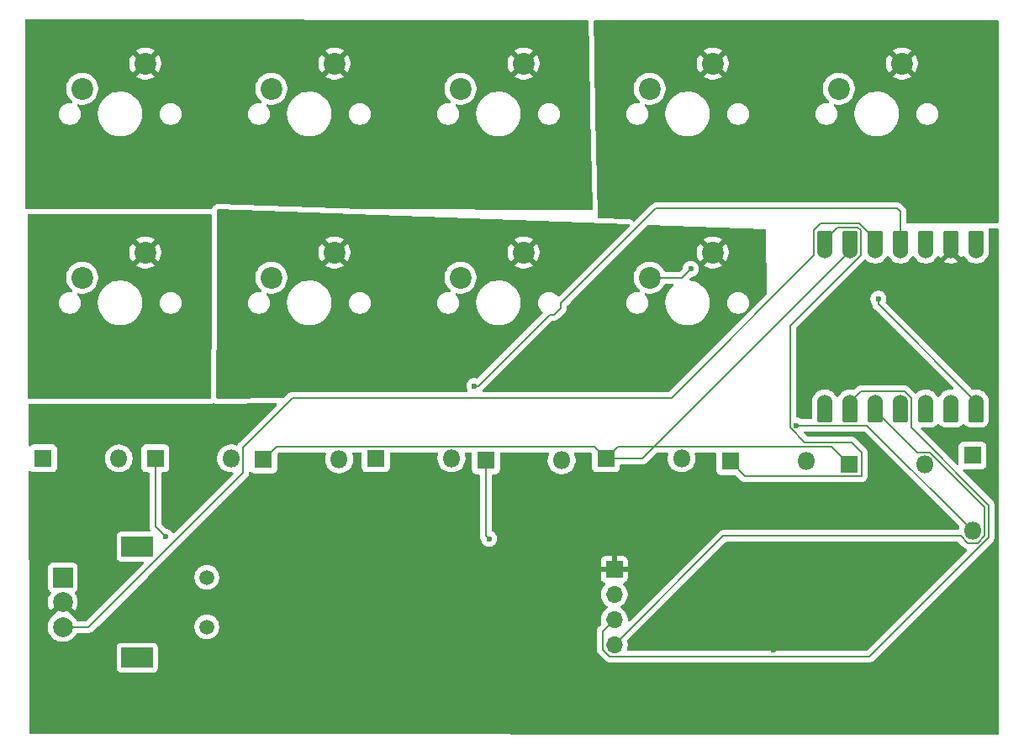
<source format=gbr>
%TF.GenerationSoftware,KiCad,Pcbnew,9.0.1*%
%TF.CreationDate,2025-05-27T18:47:11-04:00*%
%TF.ProjectId,hackpad,6861636b-7061-4642-9e6b-696361645f70,rev?*%
%TF.SameCoordinates,Original*%
%TF.FileFunction,Copper,L2,Bot*%
%TF.FilePolarity,Positive*%
%FSLAX46Y46*%
G04 Gerber Fmt 4.6, Leading zero omitted, Abs format (unit mm)*
G04 Created by KiCad (PCBNEW 9.0.1) date 2025-05-27 18:47:11*
%MOMM*%
%LPD*%
G01*
G04 APERTURE LIST*
G04 Aperture macros list*
%AMRoundRect*
0 Rectangle with rounded corners*
0 $1 Rounding radius*
0 $2 $3 $4 $5 $6 $7 $8 $9 X,Y pos of 4 corners*
0 Add a 4 corners polygon primitive as box body*
4,1,4,$2,$3,$4,$5,$6,$7,$8,$9,$2,$3,0*
0 Add four circle primitives for the rounded corners*
1,1,$1+$1,$2,$3*
1,1,$1+$1,$4,$5*
1,1,$1+$1,$6,$7*
1,1,$1+$1,$8,$9*
0 Add four rect primitives between the rounded corners*
20,1,$1+$1,$2,$3,$4,$5,0*
20,1,$1+$1,$4,$5,$6,$7,0*
20,1,$1+$1,$6,$7,$8,$9,0*
20,1,$1+$1,$8,$9,$2,$3,0*%
G04 Aperture macros list end*
%TA.AperFunction,ComponentPad*%
%ADD10R,1.800000X1.800000*%
%TD*%
%TA.AperFunction,ComponentPad*%
%ADD11O,1.800000X1.800000*%
%TD*%
%TA.AperFunction,ComponentPad*%
%ADD12C,2.200000*%
%TD*%
%TA.AperFunction,ComponentPad*%
%ADD13R,1.700000X1.700000*%
%TD*%
%TA.AperFunction,ComponentPad*%
%ADD14O,1.700000X1.700000*%
%TD*%
%TA.AperFunction,ComponentPad*%
%ADD15C,1.500000*%
%TD*%
%TA.AperFunction,ComponentPad*%
%ADD16R,2.000000X2.000000*%
%TD*%
%TA.AperFunction,ComponentPad*%
%ADD17C,2.000000*%
%TD*%
%TA.AperFunction,ComponentPad*%
%ADD18R,3.200000X2.000000*%
%TD*%
%TA.AperFunction,SMDPad,CuDef*%
%ADD19RoundRect,0.152400X-0.609600X1.063600X-0.609600X-1.063600X0.609600X-1.063600X0.609600X1.063600X0*%
%TD*%
%TA.AperFunction,ComponentPad*%
%ADD20C,1.524000*%
%TD*%
%TA.AperFunction,SMDPad,CuDef*%
%ADD21RoundRect,0.152400X0.609600X-1.063600X0.609600X1.063600X-0.609600X1.063600X-0.609600X-1.063600X0*%
%TD*%
%TA.AperFunction,ViaPad*%
%ADD22C,0.600000*%
%TD*%
%TA.AperFunction,Conductor*%
%ADD23C,0.200000*%
%TD*%
G04 APERTURE END LIST*
D10*
%TO.P,D7,1,K*%
%TO.N,R1*%
X70990000Y-77600000D03*
D11*
%TO.P,D7,2,A*%
%TO.N,Net-(D7-A)*%
X78610000Y-77600000D03*
%TD*%
D12*
%TO.P,SW5,1,1*%
%TO.N,C2*%
X123983750Y-37782500D03*
%TO.P,SW5,2,2*%
%TO.N,Net-(D9-A)*%
X117633750Y-40322500D03*
%TD*%
D10*
%TO.P,D12,1,K*%
%TO.N,R3*%
X48790000Y-77600000D03*
D11*
%TO.P,D12,2,A*%
%TO.N,Net-(D12-A)*%
X56410000Y-77600000D03*
%TD*%
D10*
%TO.P,D10,1,K*%
%TO.N,R2*%
X94163750Y-77600000D03*
D11*
%TO.P,D10,2,A*%
%TO.N,Net-(D10-A)*%
X101783750Y-77600000D03*
%TD*%
D12*
%TO.P,SW9,1,1*%
%TO.N,C3*%
X104933750Y-56832500D03*
%TO.P,SW9,2,2*%
%TO.N,Net-(D13-A)*%
X98583750Y-59372500D03*
%TD*%
D10*
%TO.P,D11,1,K*%
%TO.N,R3*%
X82080000Y-77800000D03*
D11*
%TO.P,D11,2,A*%
%TO.N,Net-(D11-A)*%
X89700000Y-77800000D03*
%TD*%
D12*
%TO.P,SW2,1,1*%
%TO.N,C1*%
X66833750Y-37782500D03*
%TO.P,SW2,2,2*%
%TO.N,Net-(D8-A)*%
X60483750Y-40322500D03*
%TD*%
D13*
%TO.P,J1,1,Pin_1*%
%TO.N,GND*%
X95000000Y-88790000D03*
D14*
%TO.P,J1,2,Pin_2*%
%TO.N,+5V*%
X95000000Y-91330000D03*
%TO.P,J1,3,Pin_3*%
%TO.N,Net-(J1-Pin_3)*%
X95000000Y-93870000D03*
%TO.P,J1,4,Pin_4*%
%TO.N,Net-(J1-Pin_4)*%
X95000000Y-96410000D03*
%TD*%
D10*
%TO.P,D9,1,K*%
%TO.N,R2*%
X118690000Y-78200000D03*
D11*
%TO.P,D9,2,A*%
%TO.N,Net-(D9-A)*%
X126310000Y-78200000D03*
%TD*%
D12*
%TO.P,SW3,1,1*%
%TO.N,C1*%
X85883750Y-37782500D03*
%TO.P,SW3,2,2*%
%TO.N,Net-(D11-A)*%
X79533750Y-40322500D03*
%TD*%
%TO.P,SW1,1,1*%
%TO.N,C1*%
X47783750Y-37782500D03*
%TO.P,SW1,2,2*%
%TO.N,Net-(D5-A)*%
X41433750Y-40322500D03*
%TD*%
%TO.P,SW7,1,1*%
%TO.N,C3*%
X66833750Y-56832500D03*
%TO.P,SW7,2,2*%
%TO.N,Net-(D7-A)*%
X60483750Y-59372500D03*
%TD*%
D10*
%TO.P,D13,1,K*%
%TO.N,R3*%
X131100000Y-77300000D03*
D11*
%TO.P,D13,2,A*%
%TO.N,Net-(D13-A)*%
X131100000Y-84920000D03*
%TD*%
D12*
%TO.P,SW4,1,1*%
%TO.N,C2*%
X104933750Y-37782500D03*
%TO.P,SW4,2,2*%
%TO.N,Net-(D6-A)*%
X98583750Y-40322500D03*
%TD*%
%TO.P,SW8,1,1*%
%TO.N,C3*%
X85883750Y-56832500D03*
%TO.P,SW8,2,2*%
%TO.N,Net-(D10-A)*%
X79533750Y-59372500D03*
%TD*%
D10*
%TO.P,D6,1,K*%
%TO.N,R1*%
X106680000Y-77900000D03*
D11*
%TO.P,D6,2,A*%
%TO.N,Net-(D6-A)*%
X114300000Y-77900000D03*
%TD*%
D10*
%TO.P,D5,1,K*%
%TO.N,R1*%
X37490000Y-77600000D03*
D11*
%TO.P,D5,2,A*%
%TO.N,Net-(D5-A)*%
X45110000Y-77600000D03*
%TD*%
D15*
%TO.P,SW10,*%
%TO.N,*%
X53975000Y-89600000D03*
X53975000Y-94600000D03*
D16*
%TO.P,SW10,A,A*%
%TO.N,A*%
X39475000Y-89600000D03*
D17*
%TO.P,SW10,B,B*%
%TO.N,B*%
X39475000Y-94600000D03*
%TO.P,SW10,C,C*%
%TO.N,GND*%
X39475000Y-92100000D03*
D18*
%TO.P,SW10,MP*%
%TO.N,N/C*%
X46975000Y-86500000D03*
X46975000Y-97700000D03*
%TD*%
D12*
%TO.P,SW6,1,1*%
%TO.N,C2*%
X47783750Y-56832500D03*
%TO.P,SW6,2,2*%
%TO.N,Net-(D12-A)*%
X41433750Y-59372500D03*
%TD*%
D10*
%TO.P,D8,1,K*%
%TO.N,R2*%
X59680000Y-77700000D03*
D11*
%TO.P,D8,2,A*%
%TO.N,Net-(D8-A)*%
X67300000Y-77700000D03*
%TD*%
D19*
%TO.P,U1,1,GPIO26/ADC0/A0*%
%TO.N,C1*%
X131445000Y-72748750D03*
D20*
X131445000Y-71913750D03*
D19*
%TO.P,U1,2,GPIO27/ADC1/A1*%
%TO.N,C2*%
X128905000Y-72748750D03*
D20*
X128905000Y-71913750D03*
D19*
%TO.P,U1,3,GPIO28/ADC2/A2*%
%TO.N,C3*%
X126365000Y-72748750D03*
D20*
X126365000Y-71913750D03*
D19*
%TO.P,U1,4,GPIO29/ADC3/A3*%
%TO.N,A*%
X123825000Y-72748750D03*
D20*
X123825000Y-71913750D03*
D19*
%TO.P,U1,5,GPIO6/SDA*%
%TO.N,Net-(J1-Pin_4)*%
X121285000Y-72748750D03*
D20*
X121285000Y-71913750D03*
D19*
%TO.P,U1,6,GPIO7/SCL*%
%TO.N,Net-(J1-Pin_3)*%
X118745000Y-72748750D03*
D20*
X118745000Y-71913750D03*
D19*
%TO.P,U1,7,GPIO0/TX*%
%TO.N,Net-(D1-DIN)*%
X116205000Y-72748750D03*
D20*
X116205000Y-71913750D03*
%TO.P,U1,8,GPIO1/RX*%
%TO.N,R1*%
X116205000Y-56673750D03*
D21*
X116205000Y-55838750D03*
D20*
%TO.P,U1,9,GPIO2/SCK*%
%TO.N,R2*%
X118745000Y-56673750D03*
D21*
X118745000Y-55838750D03*
D20*
%TO.P,U1,10,GPIO4/MISO*%
%TO.N,B*%
X121285000Y-56673750D03*
D21*
X121285000Y-55838750D03*
D20*
%TO.P,U1,11,GPIO3/MOSI*%
%TO.N,R3*%
X123825000Y-56673750D03*
D21*
X123825000Y-55838750D03*
D20*
%TO.P,U1,12,3V3*%
%TO.N,unconnected-(U1-3V3-Pad12)*%
X126365000Y-56673750D03*
D21*
X126365000Y-55838750D03*
D20*
%TO.P,U1,13,GND*%
%TO.N,GND*%
X128905000Y-56673750D03*
D21*
X128905000Y-55838750D03*
D20*
%TO.P,U1,14,VBUS*%
%TO.N,+5V*%
X131445000Y-56673750D03*
D21*
X131445000Y-55838750D03*
%TD*%
D22*
%TO.N,GND*%
X111000000Y-86600000D03*
X111000000Y-91800000D03*
X100000000Y-93800000D03*
X111000000Y-102000000D03*
X99900000Y-86500000D03*
X111000000Y-96900000D03*
X100000000Y-102000000D03*
%TO.N,R3*%
X82400000Y-85700000D03*
X49800000Y-85500000D03*
X80900000Y-70300000D03*
%TO.N,Net-(D13-A)*%
X113300000Y-74265750D03*
X102700000Y-58500000D03*
%TO.N,C1*%
X121600000Y-61500000D03*
%TO.N,C3*%
X90100000Y-58800000D03*
%TD*%
D23*
%TO.N,R1*%
X119546626Y-54321750D02*
X117479370Y-54321750D01*
X119891000Y-76999000D02*
X118890000Y-75998000D01*
X119808000Y-57114060D02*
X119808000Y-54583124D01*
X106680000Y-77900000D02*
X108181000Y-79401000D01*
X118890000Y-75998000D02*
X114182307Y-75998000D01*
X112699000Y-74514693D02*
X112699000Y-64223060D01*
X108181000Y-79401000D02*
X119891000Y-79401000D01*
X117479370Y-54321750D02*
X116205000Y-55596120D01*
X116205000Y-55596120D02*
X116205000Y-56673750D01*
X112699000Y-64223060D02*
X119808000Y-57114060D01*
X119808000Y-54583124D02*
X119546626Y-54321750D01*
X119891000Y-79401000D02*
X119891000Y-76999000D01*
X114182307Y-75998000D02*
X112699000Y-74514693D01*
%TO.N,Net-(J1-Pin_4)*%
X125535250Y-76999000D02*
X121285000Y-72748750D01*
X126807471Y-76999000D02*
X125535250Y-76999000D01*
X105992529Y-85417471D02*
X129899000Y-85417471D01*
X132301000Y-85417471D02*
X132301000Y-82492529D01*
X129899000Y-85417471D02*
X130602529Y-86121000D01*
X132301000Y-82492529D02*
X126807471Y-76999000D01*
X95000000Y-96410000D02*
X105992529Y-85417471D01*
X131597471Y-86121000D02*
X132301000Y-85417471D01*
X130602529Y-86121000D02*
X131597471Y-86121000D01*
%TO.N,Net-(J1-Pin_3)*%
X120724571Y-97561000D02*
X132702000Y-85583571D01*
X124265310Y-70850750D02*
X119808000Y-70850750D01*
X95000000Y-93870000D02*
X93849000Y-95021000D01*
X124888000Y-71473440D02*
X124265310Y-70850750D01*
X124888000Y-74512429D02*
X124888000Y-71473440D01*
X132702000Y-85583571D02*
X132702000Y-82326429D01*
X94523240Y-97561000D02*
X120724571Y-97561000D01*
X132702000Y-82326429D02*
X124888000Y-74512429D01*
X93849000Y-95021000D02*
X93849000Y-96886760D01*
X119808000Y-70850750D02*
X118745000Y-71913750D01*
X93849000Y-96886760D02*
X94523240Y-97561000D01*
%TO.N,R2*%
X59680000Y-77700000D02*
X60981000Y-76399000D01*
X95364750Y-76399000D02*
X116889000Y-76399000D01*
X92962750Y-76399000D02*
X94163750Y-77600000D01*
X60981000Y-76399000D02*
X92962750Y-76399000D01*
X94163750Y-77600000D02*
X95364750Y-76399000D01*
X116889000Y-76399000D02*
X118690000Y-78200000D01*
X97818750Y-77600000D02*
X118745000Y-56673750D01*
X94163750Y-77600000D02*
X97818750Y-77600000D01*
%TO.N,R3*%
X88921220Y-63113500D02*
X89624750Y-62409970D01*
X81300000Y-70300000D02*
X88486500Y-63113500D01*
X48790000Y-84490000D02*
X49800000Y-85500000D01*
X123500000Y-52400000D02*
X123825000Y-52725000D01*
X82080000Y-85380000D02*
X82400000Y-85700000D01*
X89624750Y-62409970D02*
X89624750Y-61975250D01*
X99200000Y-52400000D02*
X123500000Y-52400000D01*
X89624750Y-61975250D02*
X99200000Y-52400000D01*
X123825000Y-52725000D02*
X123825000Y-56673750D01*
X88486500Y-63113500D02*
X88921220Y-63113500D01*
X82080000Y-77800000D02*
X82080000Y-85380000D01*
X48790000Y-77600000D02*
X48790000Y-84490000D01*
X80900000Y-70300000D02*
X81300000Y-70300000D01*
%TO.N,Net-(D13-A)*%
X120445750Y-74265750D02*
X113300000Y-74265750D01*
X101827500Y-59372500D02*
X102700000Y-58500000D01*
X98583750Y-59372500D02*
X101827500Y-59372500D01*
X131100000Y-84920000D02*
X120445750Y-74265750D01*
%TO.N,C1*%
X121600000Y-62068750D02*
X131445000Y-71913750D01*
X121600000Y-61500000D02*
X121600000Y-62068750D01*
%TO.N,B*%
X57611000Y-79066000D02*
X57611000Y-76464000D01*
X42077000Y-94600000D02*
X57611000Y-79066000D01*
X100755060Y-71501000D02*
X115142000Y-57114060D01*
X39475000Y-94600000D02*
X42077000Y-94600000D01*
X115804374Y-53920750D02*
X119712726Y-53920750D01*
X119712726Y-53920750D02*
X121285000Y-55493024D01*
X115142000Y-57114060D02*
X115142000Y-54583124D01*
X121285000Y-55493024D02*
X121285000Y-56673750D01*
X62574000Y-71501000D02*
X100755060Y-71501000D01*
X57611000Y-76464000D02*
X62574000Y-71501000D01*
X115142000Y-54583124D02*
X115804374Y-53920750D01*
%TD*%
%TA.AperFunction,Conductor*%
%TO.N,C3*%
G36*
X96464789Y-53991256D02*
G01*
X96531056Y-54013390D01*
X96574840Y-54067839D01*
X96582235Y-54137316D01*
X96550895Y-54199763D01*
X96547910Y-54202852D01*
X89488713Y-61262050D01*
X89427390Y-61295535D01*
X89357698Y-61290551D01*
X89301765Y-61248679D01*
X89300715Y-61247255D01*
X89263168Y-61195578D01*
X89263164Y-61195572D01*
X89140678Y-61073086D01*
X89000538Y-60971268D01*
X88846195Y-60892627D01*
X88681451Y-60839098D01*
X88681449Y-60839097D01*
X88681448Y-60839097D01*
X88550021Y-60818281D01*
X88510361Y-60812000D01*
X88337139Y-60812000D01*
X88297478Y-60818281D01*
X88166052Y-60839097D01*
X88001302Y-60892628D01*
X87846961Y-60971268D01*
X87790039Y-61012625D01*
X87706822Y-61073086D01*
X87706820Y-61073088D01*
X87706819Y-61073088D01*
X87584338Y-61195569D01*
X87584338Y-61195570D01*
X87584336Y-61195572D01*
X87584332Y-61195578D01*
X87482518Y-61335711D01*
X87403878Y-61490052D01*
X87350347Y-61654802D01*
X87323250Y-61825889D01*
X87323250Y-61999111D01*
X87350348Y-62170201D01*
X87403877Y-62334945D01*
X87482518Y-62489288D01*
X87584336Y-62629428D01*
X87706822Y-62751914D01*
X87743670Y-62778686D01*
X87758504Y-62789463D01*
X87801170Y-62844793D01*
X87807149Y-62914406D01*
X87774544Y-62976201D01*
X87773300Y-62977462D01*
X81252805Y-69497958D01*
X81191482Y-69531443D01*
X81139885Y-69529372D01*
X81139472Y-69531451D01*
X80978845Y-69499500D01*
X80978842Y-69499500D01*
X80821158Y-69499500D01*
X80821155Y-69499500D01*
X80666510Y-69530261D01*
X80666498Y-69530264D01*
X80520827Y-69590602D01*
X80520814Y-69590609D01*
X80389711Y-69678210D01*
X80389707Y-69678213D01*
X80278213Y-69789707D01*
X80278210Y-69789711D01*
X80190609Y-69920814D01*
X80190602Y-69920827D01*
X80130264Y-70066498D01*
X80130261Y-70066510D01*
X80099500Y-70221153D01*
X80099500Y-70378846D01*
X80130261Y-70533489D01*
X80130264Y-70533501D01*
X80190602Y-70679172D01*
X80190609Y-70679184D01*
X80209602Y-70707609D01*
X80230480Y-70774286D01*
X80211996Y-70841666D01*
X80160017Y-70888357D01*
X80106500Y-70900500D01*
X62660669Y-70900500D01*
X62660653Y-70900499D01*
X62653057Y-70900499D01*
X62494943Y-70900499D01*
X62387587Y-70929265D01*
X62342210Y-70941424D01*
X62342209Y-70941425D01*
X62292096Y-70970359D01*
X62292095Y-70970360D01*
X62248689Y-70995420D01*
X62205285Y-71020479D01*
X62205282Y-71020481D01*
X62093480Y-71132284D01*
X62093478Y-71132286D01*
X61930677Y-71295086D01*
X61756835Y-71468928D01*
X61695512Y-71502412D01*
X61670948Y-71505233D01*
X55063063Y-71600866D01*
X54995746Y-71582154D01*
X54949232Y-71530017D01*
X54937269Y-71476557D01*
X54962666Y-61825889D01*
X58113250Y-61825889D01*
X58113250Y-61999111D01*
X58140348Y-62170201D01*
X58193877Y-62334945D01*
X58272518Y-62489288D01*
X58374336Y-62629428D01*
X58496822Y-62751914D01*
X58636962Y-62853732D01*
X58791305Y-62932373D01*
X58956049Y-62985902D01*
X59127139Y-63013000D01*
X59127140Y-63013000D01*
X59300360Y-63013000D01*
X59300361Y-63013000D01*
X59471451Y-62985902D01*
X59636195Y-62932373D01*
X59790538Y-62853732D01*
X59930678Y-62751914D01*
X60053164Y-62629428D01*
X60154982Y-62489288D01*
X60233623Y-62334945D01*
X60287152Y-62170201D01*
X60314250Y-61999111D01*
X60314250Y-61825889D01*
X60304604Y-61764986D01*
X62043250Y-61764986D01*
X62043250Y-62060013D01*
X62062774Y-62208307D01*
X62081757Y-62352493D01*
X62155962Y-62629430D01*
X62158111Y-62637451D01*
X62158114Y-62637461D01*
X62271004Y-62910000D01*
X62271008Y-62910010D01*
X62418511Y-63165493D01*
X62598102Y-63399540D01*
X62598108Y-63399547D01*
X62806702Y-63608141D01*
X62806709Y-63608147D01*
X63040756Y-63787738D01*
X63296239Y-63935241D01*
X63296240Y-63935241D01*
X63296243Y-63935243D01*
X63568798Y-64048139D01*
X63853757Y-64124493D01*
X64146244Y-64163000D01*
X64146251Y-64163000D01*
X64441249Y-64163000D01*
X64441256Y-64163000D01*
X64733743Y-64124493D01*
X65018702Y-64048139D01*
X65291257Y-63935243D01*
X65546744Y-63787738D01*
X65780792Y-63608146D01*
X65989396Y-63399542D01*
X66168988Y-63165494D01*
X66316493Y-62910007D01*
X66429389Y-62637452D01*
X66505743Y-62352493D01*
X66544250Y-62060006D01*
X66544250Y-61825889D01*
X68273250Y-61825889D01*
X68273250Y-61999111D01*
X68300348Y-62170201D01*
X68353877Y-62334945D01*
X68432518Y-62489288D01*
X68534336Y-62629428D01*
X68656822Y-62751914D01*
X68796962Y-62853732D01*
X68951305Y-62932373D01*
X69116049Y-62985902D01*
X69287139Y-63013000D01*
X69287140Y-63013000D01*
X69460360Y-63013000D01*
X69460361Y-63013000D01*
X69631451Y-62985902D01*
X69796195Y-62932373D01*
X69950538Y-62853732D01*
X70090678Y-62751914D01*
X70213164Y-62629428D01*
X70314982Y-62489288D01*
X70393623Y-62334945D01*
X70447152Y-62170201D01*
X70474250Y-61999111D01*
X70474250Y-61825889D01*
X77163250Y-61825889D01*
X77163250Y-61999111D01*
X77190348Y-62170201D01*
X77243877Y-62334945D01*
X77322518Y-62489288D01*
X77424336Y-62629428D01*
X77546822Y-62751914D01*
X77686962Y-62853732D01*
X77841305Y-62932373D01*
X78006049Y-62985902D01*
X78177139Y-63013000D01*
X78177140Y-63013000D01*
X78350360Y-63013000D01*
X78350361Y-63013000D01*
X78521451Y-62985902D01*
X78686195Y-62932373D01*
X78840538Y-62853732D01*
X78980678Y-62751914D01*
X79103164Y-62629428D01*
X79204982Y-62489288D01*
X79283623Y-62334945D01*
X79337152Y-62170201D01*
X79364250Y-61999111D01*
X79364250Y-61825889D01*
X79354604Y-61764986D01*
X81093250Y-61764986D01*
X81093250Y-62060013D01*
X81112774Y-62208307D01*
X81131757Y-62352493D01*
X81205962Y-62629430D01*
X81208111Y-62637451D01*
X81208114Y-62637461D01*
X81321004Y-62910000D01*
X81321008Y-62910010D01*
X81468511Y-63165493D01*
X81648102Y-63399540D01*
X81648108Y-63399547D01*
X81856702Y-63608141D01*
X81856709Y-63608147D01*
X82090756Y-63787738D01*
X82346239Y-63935241D01*
X82346240Y-63935241D01*
X82346243Y-63935243D01*
X82618798Y-64048139D01*
X82903757Y-64124493D01*
X83196244Y-64163000D01*
X83196251Y-64163000D01*
X83491249Y-64163000D01*
X83491256Y-64163000D01*
X83783743Y-64124493D01*
X84068702Y-64048139D01*
X84341257Y-63935243D01*
X84596744Y-63787738D01*
X84830792Y-63608146D01*
X85039396Y-63399542D01*
X85218988Y-63165494D01*
X85366493Y-62910007D01*
X85479389Y-62637452D01*
X85555743Y-62352493D01*
X85594250Y-62060006D01*
X85594250Y-61764994D01*
X85555743Y-61472507D01*
X85479389Y-61187548D01*
X85366493Y-60914993D01*
X85311059Y-60818979D01*
X85218988Y-60659506D01*
X85039397Y-60425459D01*
X85039391Y-60425452D01*
X84830797Y-60216858D01*
X84830790Y-60216852D01*
X84596743Y-60037261D01*
X84341260Y-59889758D01*
X84341250Y-59889754D01*
X84068711Y-59776864D01*
X84068704Y-59776862D01*
X84068702Y-59776861D01*
X83783743Y-59700507D01*
X83734863Y-59694071D01*
X83491263Y-59662000D01*
X83491256Y-59662000D01*
X83196244Y-59662000D01*
X83196236Y-59662000D01*
X82917835Y-59698653D01*
X82903757Y-59700507D01*
X82729178Y-59747285D01*
X82618798Y-59776861D01*
X82618788Y-59776864D01*
X82346249Y-59889754D01*
X82346239Y-59889758D01*
X82090756Y-60037261D01*
X81856709Y-60216852D01*
X81856702Y-60216858D01*
X81648108Y-60425452D01*
X81648102Y-60425459D01*
X81468511Y-60659506D01*
X81321008Y-60914989D01*
X81321004Y-60914999D01*
X81208114Y-61187538D01*
X81208111Y-61187548D01*
X81131758Y-61472504D01*
X81131756Y-61472515D01*
X81093250Y-61764986D01*
X79354604Y-61764986D01*
X79337152Y-61654799D01*
X79283623Y-61490055D01*
X79204982Y-61335712D01*
X79103164Y-61195572D01*
X79051232Y-61143640D01*
X79017747Y-61082317D01*
X79022731Y-61012625D01*
X79064603Y-60956692D01*
X79130067Y-60932275D01*
X79158311Y-60933486D01*
X79158962Y-60933589D01*
X79158965Y-60933590D01*
X79407788Y-60973000D01*
X79407789Y-60973000D01*
X79659711Y-60973000D01*
X79659712Y-60973000D01*
X79908535Y-60933590D01*
X80148129Y-60855741D01*
X80372595Y-60741370D01*
X80576406Y-60593293D01*
X80754543Y-60415156D01*
X80902620Y-60211345D01*
X81016991Y-59986879D01*
X81094840Y-59747285D01*
X81134250Y-59498462D01*
X81134250Y-59246538D01*
X81094840Y-58997715D01*
X81016991Y-58758121D01*
X81016989Y-58758118D01*
X81016989Y-58758116D01*
X80975497Y-58676684D01*
X80902620Y-58533655D01*
X80883702Y-58507617D01*
X80754548Y-58329850D01*
X80754544Y-58329845D01*
X80576404Y-58151705D01*
X80576399Y-58151701D01*
X80372598Y-58003632D01*
X80372597Y-58003631D01*
X80372595Y-58003630D01*
X80302497Y-57967913D01*
X80148133Y-57889260D01*
X79908535Y-57811410D01*
X79659712Y-57772000D01*
X79407788Y-57772000D01*
X79290341Y-57790602D01*
X79158964Y-57811410D01*
X78919366Y-57889260D01*
X78694901Y-58003632D01*
X78491100Y-58151701D01*
X78491095Y-58151705D01*
X78312955Y-58329845D01*
X78312951Y-58329850D01*
X78164882Y-58533651D01*
X78050510Y-58758116D01*
X77972660Y-58997714D01*
X77970668Y-59010289D01*
X77933250Y-59246538D01*
X77933250Y-59498462D01*
X77953810Y-59628273D01*
X77972660Y-59747285D01*
X78050510Y-59986883D01*
X78080372Y-60045489D01*
X78156743Y-60195376D01*
X78164882Y-60211348D01*
X78312951Y-60415149D01*
X78312955Y-60415154D01*
X78312957Y-60415156D01*
X78491094Y-60593293D01*
X78491095Y-60593294D01*
X78491094Y-60593294D01*
X78497411Y-60597883D01*
X78540077Y-60653214D01*
X78546055Y-60722827D01*
X78513449Y-60784622D01*
X78452610Y-60818979D01*
X78405128Y-60820674D01*
X78350361Y-60812000D01*
X78177139Y-60812000D01*
X78137478Y-60818281D01*
X78006052Y-60839097D01*
X77841302Y-60892628D01*
X77686961Y-60971268D01*
X77630039Y-61012625D01*
X77546822Y-61073086D01*
X77546820Y-61073088D01*
X77546819Y-61073088D01*
X77424338Y-61195569D01*
X77424338Y-61195570D01*
X77424336Y-61195572D01*
X77424332Y-61195578D01*
X77322518Y-61335711D01*
X77243878Y-61490052D01*
X77190347Y-61654802D01*
X77163250Y-61825889D01*
X70474250Y-61825889D01*
X70447152Y-61654799D01*
X70393623Y-61490055D01*
X70314982Y-61335712D01*
X70213164Y-61195572D01*
X70090678Y-61073086D01*
X69950538Y-60971268D01*
X69796195Y-60892627D01*
X69631451Y-60839098D01*
X69631449Y-60839097D01*
X69631448Y-60839097D01*
X69500021Y-60818281D01*
X69460361Y-60812000D01*
X69287139Y-60812000D01*
X69247478Y-60818281D01*
X69116052Y-60839097D01*
X68951302Y-60892628D01*
X68796961Y-60971268D01*
X68740039Y-61012625D01*
X68656822Y-61073086D01*
X68656820Y-61073088D01*
X68656819Y-61073088D01*
X68534338Y-61195569D01*
X68534338Y-61195570D01*
X68534336Y-61195572D01*
X68534332Y-61195578D01*
X68432518Y-61335711D01*
X68353878Y-61490052D01*
X68300347Y-61654802D01*
X68273250Y-61825889D01*
X66544250Y-61825889D01*
X66544250Y-61764994D01*
X66505743Y-61472507D01*
X66429389Y-61187548D01*
X66316493Y-60914993D01*
X66261059Y-60818979D01*
X66168988Y-60659506D01*
X65989397Y-60425459D01*
X65989391Y-60425452D01*
X65780797Y-60216858D01*
X65780790Y-60216852D01*
X65546743Y-60037261D01*
X65291260Y-59889758D01*
X65291250Y-59889754D01*
X65018711Y-59776864D01*
X65018704Y-59776862D01*
X65018702Y-59776861D01*
X64733743Y-59700507D01*
X64684863Y-59694071D01*
X64441263Y-59662000D01*
X64441256Y-59662000D01*
X64146244Y-59662000D01*
X64146236Y-59662000D01*
X63867835Y-59698653D01*
X63853757Y-59700507D01*
X63679178Y-59747285D01*
X63568798Y-59776861D01*
X63568788Y-59776864D01*
X63296249Y-59889754D01*
X63296239Y-59889758D01*
X63040756Y-60037261D01*
X62806709Y-60216852D01*
X62806702Y-60216858D01*
X62598108Y-60425452D01*
X62598102Y-60425459D01*
X62418511Y-60659506D01*
X62271008Y-60914989D01*
X62271004Y-60914999D01*
X62158114Y-61187538D01*
X62158111Y-61187548D01*
X62081758Y-61472504D01*
X62081756Y-61472515D01*
X62043250Y-61764986D01*
X60304604Y-61764986D01*
X60287152Y-61654799D01*
X60233623Y-61490055D01*
X60154982Y-61335712D01*
X60053164Y-61195572D01*
X60001232Y-61143640D01*
X59967747Y-61082317D01*
X59972731Y-61012625D01*
X60014603Y-60956692D01*
X60080067Y-60932275D01*
X60108311Y-60933486D01*
X60108962Y-60933589D01*
X60108965Y-60933590D01*
X60357788Y-60973000D01*
X60357789Y-60973000D01*
X60609711Y-60973000D01*
X60609712Y-60973000D01*
X60858535Y-60933590D01*
X61098129Y-60855741D01*
X61322595Y-60741370D01*
X61526406Y-60593293D01*
X61704543Y-60415156D01*
X61852620Y-60211345D01*
X61966991Y-59986879D01*
X62044840Y-59747285D01*
X62084250Y-59498462D01*
X62084250Y-59246538D01*
X62044840Y-58997715D01*
X61966991Y-58758121D01*
X61966989Y-58758118D01*
X61966989Y-58758116D01*
X61925497Y-58676684D01*
X61852620Y-58533655D01*
X61833702Y-58507617D01*
X61704548Y-58329850D01*
X61704544Y-58329845D01*
X61526404Y-58151705D01*
X61526399Y-58151701D01*
X61322598Y-58003632D01*
X61322597Y-58003631D01*
X61322595Y-58003630D01*
X61252497Y-57967913D01*
X61098133Y-57889260D01*
X60858535Y-57811410D01*
X60609712Y-57772000D01*
X60357788Y-57772000D01*
X60240341Y-57790602D01*
X60108964Y-57811410D01*
X59869366Y-57889260D01*
X59644901Y-58003632D01*
X59441100Y-58151701D01*
X59441095Y-58151705D01*
X59262955Y-58329845D01*
X59262951Y-58329850D01*
X59114882Y-58533651D01*
X59000510Y-58758116D01*
X58922660Y-58997714D01*
X58920668Y-59010289D01*
X58883250Y-59246538D01*
X58883250Y-59498462D01*
X58903810Y-59628273D01*
X58922660Y-59747285D01*
X59000510Y-59986883D01*
X59030372Y-60045489D01*
X59106743Y-60195376D01*
X59114882Y-60211348D01*
X59262951Y-60415149D01*
X59262955Y-60415154D01*
X59262957Y-60415156D01*
X59441094Y-60593293D01*
X59441095Y-60593294D01*
X59441094Y-60593294D01*
X59447411Y-60597883D01*
X59490077Y-60653214D01*
X59496055Y-60722827D01*
X59463449Y-60784622D01*
X59402610Y-60818979D01*
X59355128Y-60820674D01*
X59300361Y-60812000D01*
X59127139Y-60812000D01*
X59087478Y-60818281D01*
X58956052Y-60839097D01*
X58791302Y-60892628D01*
X58636961Y-60971268D01*
X58580039Y-61012625D01*
X58496822Y-61073086D01*
X58496820Y-61073088D01*
X58496819Y-61073088D01*
X58374338Y-61195569D01*
X58374338Y-61195570D01*
X58374336Y-61195572D01*
X58374332Y-61195578D01*
X58272518Y-61335711D01*
X58193878Y-61490052D01*
X58140347Y-61654802D01*
X58113250Y-61825889D01*
X54962666Y-61825889D01*
X54976138Y-56706571D01*
X65233750Y-56706571D01*
X65233750Y-56958428D01*
X65273147Y-57207169D01*
X65350969Y-57446684D01*
X65465307Y-57671083D01*
X65539498Y-57773197D01*
X65539498Y-57773198D01*
X66156171Y-57156524D01*
X66169109Y-57187758D01*
X66251187Y-57310597D01*
X66355653Y-57415063D01*
X66478492Y-57497141D01*
X66509724Y-57510077D01*
X65893050Y-58126750D01*
X65995166Y-58200942D01*
X66219565Y-58315280D01*
X66459080Y-58393102D01*
X66707822Y-58432500D01*
X66959678Y-58432500D01*
X67208419Y-58393102D01*
X67447934Y-58315280D01*
X67672325Y-58200946D01*
X67672331Y-58200942D01*
X67774447Y-58126750D01*
X67774448Y-58126750D01*
X67157775Y-57510078D01*
X67189008Y-57497141D01*
X67311847Y-57415063D01*
X67416313Y-57310597D01*
X67498391Y-57187758D01*
X67511327Y-57156525D01*
X68128000Y-57773198D01*
X68128000Y-57773197D01*
X68202192Y-57671081D01*
X68202196Y-57671075D01*
X68316530Y-57446684D01*
X68394352Y-57207169D01*
X68433750Y-56958428D01*
X68433750Y-56706571D01*
X84283750Y-56706571D01*
X84283750Y-56958428D01*
X84323147Y-57207169D01*
X84400969Y-57446684D01*
X84515307Y-57671083D01*
X84589498Y-57773197D01*
X84589498Y-57773198D01*
X85206171Y-57156524D01*
X85219109Y-57187758D01*
X85301187Y-57310597D01*
X85405653Y-57415063D01*
X85528492Y-57497141D01*
X85559724Y-57510077D01*
X84943050Y-58126750D01*
X85045166Y-58200942D01*
X85269565Y-58315280D01*
X85509080Y-58393102D01*
X85757822Y-58432500D01*
X86009678Y-58432500D01*
X86258419Y-58393102D01*
X86497934Y-58315280D01*
X86722325Y-58200946D01*
X86722331Y-58200942D01*
X86824447Y-58126750D01*
X86824448Y-58126750D01*
X86207775Y-57510078D01*
X86239008Y-57497141D01*
X86361847Y-57415063D01*
X86466313Y-57310597D01*
X86548391Y-57187758D01*
X86561327Y-57156525D01*
X87178000Y-57773198D01*
X87178000Y-57773197D01*
X87252192Y-57671081D01*
X87252196Y-57671075D01*
X87366530Y-57446684D01*
X87444352Y-57207169D01*
X87483750Y-56958428D01*
X87483750Y-56706571D01*
X87444352Y-56457830D01*
X87366530Y-56218315D01*
X87252192Y-55993916D01*
X87178000Y-55891801D01*
X87178000Y-55891800D01*
X86561327Y-56508473D01*
X86548391Y-56477242D01*
X86466313Y-56354403D01*
X86361847Y-56249937D01*
X86239008Y-56167859D01*
X86207774Y-56154921D01*
X86824448Y-55538248D01*
X86722333Y-55464057D01*
X86497934Y-55349719D01*
X86258419Y-55271897D01*
X86009678Y-55232500D01*
X85757822Y-55232500D01*
X85509080Y-55271897D01*
X85269565Y-55349719D01*
X85045163Y-55464059D01*
X84943051Y-55538247D01*
X84943050Y-55538248D01*
X85559724Y-56154921D01*
X85528492Y-56167859D01*
X85405653Y-56249937D01*
X85301187Y-56354403D01*
X85219109Y-56477242D01*
X85206171Y-56508474D01*
X84589498Y-55891800D01*
X84589497Y-55891801D01*
X84515309Y-55993913D01*
X84400969Y-56218315D01*
X84323147Y-56457830D01*
X84283750Y-56706571D01*
X68433750Y-56706571D01*
X68394352Y-56457830D01*
X68316530Y-56218315D01*
X68202192Y-55993916D01*
X68128000Y-55891801D01*
X68128000Y-55891800D01*
X67511327Y-56508473D01*
X67498391Y-56477242D01*
X67416313Y-56354403D01*
X67311847Y-56249937D01*
X67189008Y-56167859D01*
X67157774Y-56154921D01*
X67774448Y-55538248D01*
X67672333Y-55464057D01*
X67447934Y-55349719D01*
X67208419Y-55271897D01*
X66959678Y-55232500D01*
X66707822Y-55232500D01*
X66459080Y-55271897D01*
X66219565Y-55349719D01*
X65995163Y-55464059D01*
X65893051Y-55538247D01*
X65893050Y-55538248D01*
X66509724Y-56154921D01*
X66478492Y-56167859D01*
X66355653Y-56249937D01*
X66251187Y-56354403D01*
X66169109Y-56477242D01*
X66156171Y-56508474D01*
X65539498Y-55891800D01*
X65539497Y-55891801D01*
X65465309Y-55993913D01*
X65350969Y-56218315D01*
X65273147Y-56457830D01*
X65233750Y-56706571D01*
X54976138Y-56706571D01*
X54986960Y-52594362D01*
X55006821Y-52527376D01*
X55059746Y-52481760D01*
X55115513Y-52470774D01*
X96464789Y-53991256D01*
G37*
%TD.AperFunction*%
%TA.AperFunction,Conductor*%
G36*
X110181289Y-54495634D02*
G01*
X110247557Y-54517769D01*
X110291341Y-54572218D01*
X110300728Y-54618789D01*
X110339967Y-61014730D01*
X110320694Y-61081889D01*
X110303650Y-61103172D01*
X100542644Y-70864181D01*
X100481321Y-70897666D01*
X100454963Y-70900500D01*
X81848098Y-70900500D01*
X81826855Y-70894262D01*
X81804770Y-70892684D01*
X81793983Y-70884610D01*
X81781059Y-70880815D01*
X81766560Y-70864083D01*
X81748835Y-70850815D01*
X81744126Y-70838192D01*
X81735304Y-70828011D01*
X81732153Y-70806097D01*
X81724414Y-70785352D01*
X81727277Y-70772187D01*
X81725360Y-70758853D01*
X81734557Y-70738712D01*
X81739263Y-70717079D01*
X81752534Y-70699349D01*
X81754385Y-70695297D01*
X81760398Y-70688837D01*
X81780520Y-70668716D01*
X81780521Y-70668713D01*
X88698917Y-63750319D01*
X88760240Y-63716834D01*
X88786598Y-63714000D01*
X88834551Y-63714000D01*
X88834567Y-63714001D01*
X88842163Y-63714001D01*
X89000274Y-63714001D01*
X89000277Y-63714001D01*
X89153005Y-63673077D01*
X89203124Y-63644139D01*
X89289936Y-63594020D01*
X89401740Y-63482216D01*
X89401740Y-63482214D01*
X89411948Y-63472007D01*
X89411949Y-63472004D01*
X90105270Y-62778686D01*
X90184327Y-62641754D01*
X90225251Y-62489027D01*
X90225251Y-62330912D01*
X90225251Y-62323317D01*
X90225250Y-62323299D01*
X90225250Y-62275346D01*
X90244935Y-62208307D01*
X90261564Y-62187670D01*
X90623345Y-61825889D01*
X96213250Y-61825889D01*
X96213250Y-61999111D01*
X96240348Y-62170201D01*
X96293877Y-62334945D01*
X96372518Y-62489288D01*
X96474336Y-62629428D01*
X96596822Y-62751914D01*
X96736962Y-62853732D01*
X96891305Y-62932373D01*
X97056049Y-62985902D01*
X97227139Y-63013000D01*
X97227140Y-63013000D01*
X97400360Y-63013000D01*
X97400361Y-63013000D01*
X97571451Y-62985902D01*
X97736195Y-62932373D01*
X97890538Y-62853732D01*
X98030678Y-62751914D01*
X98153164Y-62629428D01*
X98254982Y-62489288D01*
X98333623Y-62334945D01*
X98387152Y-62170201D01*
X98414250Y-61999111D01*
X98414250Y-61825889D01*
X98387152Y-61654799D01*
X98333623Y-61490055D01*
X98254982Y-61335712D01*
X98153164Y-61195572D01*
X98101232Y-61143640D01*
X98067747Y-61082317D01*
X98072731Y-61012625D01*
X98114603Y-60956692D01*
X98180067Y-60932275D01*
X98208311Y-60933486D01*
X98208962Y-60933589D01*
X98208965Y-60933590D01*
X98457788Y-60973000D01*
X98457789Y-60973000D01*
X98709711Y-60973000D01*
X98709712Y-60973000D01*
X98958535Y-60933590D01*
X99198129Y-60855741D01*
X99422595Y-60741370D01*
X99626406Y-60593293D01*
X99804543Y-60415156D01*
X99952620Y-60211345D01*
X100039565Y-60040704D01*
X100087539Y-59989909D01*
X100150050Y-59973000D01*
X100859212Y-59973000D01*
X100926251Y-59992685D01*
X100972006Y-60045489D01*
X100981950Y-60114647D01*
X100952925Y-60178203D01*
X100934698Y-60195376D01*
X100906709Y-60216852D01*
X100906702Y-60216858D01*
X100698108Y-60425452D01*
X100698102Y-60425459D01*
X100518511Y-60659506D01*
X100371008Y-60914989D01*
X100371004Y-60914999D01*
X100258114Y-61187538D01*
X100258111Y-61187548D01*
X100181758Y-61472504D01*
X100181756Y-61472515D01*
X100143250Y-61764986D01*
X100143250Y-62060013D01*
X100162774Y-62208307D01*
X100181757Y-62352493D01*
X100255962Y-62629430D01*
X100258111Y-62637451D01*
X100258114Y-62637461D01*
X100371004Y-62910000D01*
X100371008Y-62910010D01*
X100518511Y-63165493D01*
X100698102Y-63399540D01*
X100698108Y-63399547D01*
X100906702Y-63608141D01*
X100906709Y-63608147D01*
X101140756Y-63787738D01*
X101396239Y-63935241D01*
X101396240Y-63935241D01*
X101396243Y-63935243D01*
X101668798Y-64048139D01*
X101953757Y-64124493D01*
X102246244Y-64163000D01*
X102246251Y-64163000D01*
X102541249Y-64163000D01*
X102541256Y-64163000D01*
X102833743Y-64124493D01*
X103118702Y-64048139D01*
X103391257Y-63935243D01*
X103646744Y-63787738D01*
X103880792Y-63608146D01*
X104089396Y-63399542D01*
X104268988Y-63165494D01*
X104416493Y-62910007D01*
X104529389Y-62637452D01*
X104605743Y-62352493D01*
X104644250Y-62060006D01*
X104644250Y-61825889D01*
X106373250Y-61825889D01*
X106373250Y-61999111D01*
X106400348Y-62170201D01*
X106453877Y-62334945D01*
X106532518Y-62489288D01*
X106634336Y-62629428D01*
X106756822Y-62751914D01*
X106896962Y-62853732D01*
X107051305Y-62932373D01*
X107216049Y-62985902D01*
X107387139Y-63013000D01*
X107387140Y-63013000D01*
X107560360Y-63013000D01*
X107560361Y-63013000D01*
X107731451Y-62985902D01*
X107896195Y-62932373D01*
X108050538Y-62853732D01*
X108190678Y-62751914D01*
X108313164Y-62629428D01*
X108414982Y-62489288D01*
X108493623Y-62334945D01*
X108547152Y-62170201D01*
X108574250Y-61999111D01*
X108574250Y-61825889D01*
X108547152Y-61654799D01*
X108493623Y-61490055D01*
X108414982Y-61335712D01*
X108313164Y-61195572D01*
X108190678Y-61073086D01*
X108050538Y-60971268D01*
X107896195Y-60892627D01*
X107731451Y-60839098D01*
X107731449Y-60839097D01*
X107731448Y-60839097D01*
X107600021Y-60818281D01*
X107560361Y-60812000D01*
X107387139Y-60812000D01*
X107347478Y-60818281D01*
X107216052Y-60839097D01*
X107051302Y-60892628D01*
X106896961Y-60971268D01*
X106840039Y-61012625D01*
X106756822Y-61073086D01*
X106756820Y-61073088D01*
X106756819Y-61073088D01*
X106634338Y-61195569D01*
X106634338Y-61195570D01*
X106634336Y-61195572D01*
X106634332Y-61195578D01*
X106532518Y-61335711D01*
X106453878Y-61490052D01*
X106400347Y-61654802D01*
X106373250Y-61825889D01*
X104644250Y-61825889D01*
X104644250Y-61764994D01*
X104605743Y-61472507D01*
X104529389Y-61187548D01*
X104416493Y-60914993D01*
X104361059Y-60818979D01*
X104268988Y-60659506D01*
X104089397Y-60425459D01*
X104089391Y-60425452D01*
X103880797Y-60216858D01*
X103880790Y-60216852D01*
X103646743Y-60037261D01*
X103391260Y-59889758D01*
X103391250Y-59889754D01*
X103118711Y-59776864D01*
X103118704Y-59776862D01*
X103118702Y-59776861D01*
X102833743Y-59700507D01*
X102654447Y-59676902D01*
X102641462Y-59671157D01*
X102627299Y-59670145D01*
X102610144Y-59657303D01*
X102590551Y-59648635D01*
X102582732Y-59636782D01*
X102571366Y-59628273D01*
X102563878Y-59608197D01*
X102552080Y-59590311D01*
X102551911Y-59576112D01*
X102546949Y-59562809D01*
X102551503Y-59541870D01*
X102551249Y-59520446D01*
X102559072Y-59507080D01*
X102561801Y-59494536D01*
X102582949Y-59466285D01*
X102714662Y-59334572D01*
X102775983Y-59301089D01*
X102778150Y-59300638D01*
X102836085Y-59289113D01*
X102933497Y-59269737D01*
X103079179Y-59209394D01*
X103210289Y-59121789D01*
X103321789Y-59010289D01*
X103409394Y-58879179D01*
X103469737Y-58733497D01*
X103500500Y-58578842D01*
X103500500Y-58421158D01*
X103500500Y-58421155D01*
X103500499Y-58421153D01*
X103494919Y-58393102D01*
X103469737Y-58266503D01*
X103409394Y-58120821D01*
X103409391Y-58120816D01*
X103409390Y-58120814D01*
X103321789Y-57989711D01*
X103321786Y-57989707D01*
X103210292Y-57878213D01*
X103210288Y-57878210D01*
X103079185Y-57790609D01*
X103079172Y-57790602D01*
X102933501Y-57730264D01*
X102933489Y-57730261D01*
X102778845Y-57699500D01*
X102778842Y-57699500D01*
X102621158Y-57699500D01*
X102621155Y-57699500D01*
X102466510Y-57730261D01*
X102466498Y-57730264D01*
X102320827Y-57790602D01*
X102320814Y-57790609D01*
X102189711Y-57878210D01*
X102189707Y-57878213D01*
X102078213Y-57989707D01*
X102078210Y-57989711D01*
X101990609Y-58120814D01*
X101990602Y-58120827D01*
X101930264Y-58266498D01*
X101930261Y-58266508D01*
X101899361Y-58421850D01*
X101866976Y-58483761D01*
X101865425Y-58485339D01*
X101615084Y-58735681D01*
X101553761Y-58769166D01*
X101527403Y-58772000D01*
X100150050Y-58772000D01*
X100083011Y-58752315D01*
X100039565Y-58704295D01*
X99952620Y-58533655D01*
X99933702Y-58507617D01*
X99804548Y-58329850D01*
X99804544Y-58329845D01*
X99626404Y-58151705D01*
X99626399Y-58151701D01*
X99422598Y-58003632D01*
X99422597Y-58003631D01*
X99422595Y-58003630D01*
X99352497Y-57967913D01*
X99198133Y-57889260D01*
X98958535Y-57811410D01*
X98709712Y-57772000D01*
X98457788Y-57772000D01*
X98340341Y-57790602D01*
X98208964Y-57811410D01*
X97969366Y-57889260D01*
X97744901Y-58003632D01*
X97541100Y-58151701D01*
X97541095Y-58151705D01*
X97362955Y-58329845D01*
X97362951Y-58329850D01*
X97214882Y-58533651D01*
X97100510Y-58758116D01*
X97022660Y-58997714D01*
X97020668Y-59010289D01*
X96983250Y-59246538D01*
X96983250Y-59498462D01*
X97003810Y-59628273D01*
X97022660Y-59747285D01*
X97100510Y-59986883D01*
X97130372Y-60045489D01*
X97206743Y-60195376D01*
X97214882Y-60211348D01*
X97362951Y-60415149D01*
X97362955Y-60415154D01*
X97362957Y-60415156D01*
X97541094Y-60593293D01*
X97541095Y-60593294D01*
X97541094Y-60593294D01*
X97547411Y-60597883D01*
X97590077Y-60653214D01*
X97596055Y-60722827D01*
X97563449Y-60784622D01*
X97502610Y-60818979D01*
X97455128Y-60820674D01*
X97400361Y-60812000D01*
X97227139Y-60812000D01*
X97187478Y-60818281D01*
X97056052Y-60839097D01*
X96891302Y-60892628D01*
X96736961Y-60971268D01*
X96680039Y-61012625D01*
X96596822Y-61073086D01*
X96596820Y-61073088D01*
X96596819Y-61073088D01*
X96474338Y-61195569D01*
X96474338Y-61195570D01*
X96474336Y-61195572D01*
X96474332Y-61195578D01*
X96372518Y-61335711D01*
X96293878Y-61490052D01*
X96240347Y-61654802D01*
X96213250Y-61825889D01*
X90623345Y-61825889D01*
X95742663Y-56706571D01*
X103333750Y-56706571D01*
X103333750Y-56958428D01*
X103373147Y-57207169D01*
X103450969Y-57446684D01*
X103565307Y-57671083D01*
X103639498Y-57773197D01*
X103639498Y-57773198D01*
X104256171Y-57156524D01*
X104269109Y-57187758D01*
X104351187Y-57310597D01*
X104455653Y-57415063D01*
X104578492Y-57497141D01*
X104609724Y-57510077D01*
X103993050Y-58126750D01*
X104095166Y-58200942D01*
X104319565Y-58315280D01*
X104559080Y-58393102D01*
X104807822Y-58432500D01*
X105059678Y-58432500D01*
X105308419Y-58393102D01*
X105547934Y-58315280D01*
X105772325Y-58200946D01*
X105772331Y-58200942D01*
X105874447Y-58126750D01*
X105874448Y-58126750D01*
X105257775Y-57510078D01*
X105289008Y-57497141D01*
X105411847Y-57415063D01*
X105516313Y-57310597D01*
X105598391Y-57187758D01*
X105611327Y-57156525D01*
X106228000Y-57773198D01*
X106228000Y-57773197D01*
X106302192Y-57671081D01*
X106302196Y-57671075D01*
X106416530Y-57446684D01*
X106494352Y-57207169D01*
X106533750Y-56958428D01*
X106533750Y-56706571D01*
X106494352Y-56457830D01*
X106416530Y-56218315D01*
X106302192Y-55993916D01*
X106228000Y-55891801D01*
X106228000Y-55891800D01*
X105611327Y-56508473D01*
X105598391Y-56477242D01*
X105516313Y-56354403D01*
X105411847Y-56249937D01*
X105289008Y-56167859D01*
X105257774Y-56154921D01*
X105874448Y-55538248D01*
X105772333Y-55464057D01*
X105547934Y-55349719D01*
X105308419Y-55271897D01*
X105059678Y-55232500D01*
X104807822Y-55232500D01*
X104559080Y-55271897D01*
X104319565Y-55349719D01*
X104095163Y-55464059D01*
X103993051Y-55538247D01*
X103993050Y-55538248D01*
X104609724Y-56154921D01*
X104578492Y-56167859D01*
X104455653Y-56249937D01*
X104351187Y-56354403D01*
X104269109Y-56477242D01*
X104256171Y-56508474D01*
X103639498Y-55891800D01*
X103639497Y-55891801D01*
X103565309Y-55993913D01*
X103450969Y-56218315D01*
X103373147Y-56457830D01*
X103333750Y-56706571D01*
X95742663Y-56706571D01*
X98349067Y-54100167D01*
X98410386Y-54066685D01*
X98441293Y-54063935D01*
X110181289Y-54495634D01*
G37*
%TD.AperFunction*%
%TD*%
%TA.AperFunction,Conductor*%
%TO.N,C2*%
G36*
X54356346Y-52974950D02*
G01*
X54423351Y-52994752D01*
X54469013Y-53047636D01*
X54480129Y-53099276D01*
X54473185Y-55738000D01*
X54470640Y-56705241D01*
X54470237Y-56858560D01*
X54467425Y-57927000D01*
X54463848Y-59286319D01*
X54457168Y-61824559D01*
X54457060Y-61865673D01*
X54432024Y-71379283D01*
X54431764Y-71477915D01*
X54411903Y-71544903D01*
X54358978Y-71590519D01*
X54307547Y-71601589D01*
X36030381Y-71569580D01*
X35963376Y-71549778D01*
X35917714Y-71496894D01*
X35906598Y-71445580D01*
X35906598Y-61825889D01*
X39063250Y-61825889D01*
X39063250Y-61999111D01*
X39090348Y-62170201D01*
X39143877Y-62334945D01*
X39222518Y-62489288D01*
X39324336Y-62629428D01*
X39446822Y-62751914D01*
X39586962Y-62853732D01*
X39741305Y-62932373D01*
X39906049Y-62985902D01*
X40077139Y-63013000D01*
X40077140Y-63013000D01*
X40250360Y-63013000D01*
X40250361Y-63013000D01*
X40421451Y-62985902D01*
X40586195Y-62932373D01*
X40740538Y-62853732D01*
X40880678Y-62751914D01*
X41003164Y-62629428D01*
X41104982Y-62489288D01*
X41183623Y-62334945D01*
X41237152Y-62170201D01*
X41264250Y-61999111D01*
X41264250Y-61825889D01*
X41254604Y-61764986D01*
X42993250Y-61764986D01*
X42993250Y-62060013D01*
X43014886Y-62224349D01*
X43031757Y-62352493D01*
X43105962Y-62629430D01*
X43108111Y-62637451D01*
X43108114Y-62637461D01*
X43221004Y-62910000D01*
X43221008Y-62910010D01*
X43368511Y-63165493D01*
X43548102Y-63399540D01*
X43548108Y-63399547D01*
X43756702Y-63608141D01*
X43756709Y-63608147D01*
X43990756Y-63787738D01*
X44246239Y-63935241D01*
X44246240Y-63935241D01*
X44246243Y-63935243D01*
X44518798Y-64048139D01*
X44803757Y-64124493D01*
X45096244Y-64163000D01*
X45096251Y-64163000D01*
X45391249Y-64163000D01*
X45391256Y-64163000D01*
X45683743Y-64124493D01*
X45968702Y-64048139D01*
X46241257Y-63935243D01*
X46496744Y-63787738D01*
X46730792Y-63608146D01*
X46939396Y-63399542D01*
X47118988Y-63165494D01*
X47266493Y-62910007D01*
X47379389Y-62637452D01*
X47455743Y-62352493D01*
X47494250Y-62060006D01*
X47494250Y-61825889D01*
X49223250Y-61825889D01*
X49223250Y-61999111D01*
X49250348Y-62170201D01*
X49303877Y-62334945D01*
X49382518Y-62489288D01*
X49484336Y-62629428D01*
X49606822Y-62751914D01*
X49746962Y-62853732D01*
X49901305Y-62932373D01*
X50066049Y-62985902D01*
X50237139Y-63013000D01*
X50237140Y-63013000D01*
X50410360Y-63013000D01*
X50410361Y-63013000D01*
X50581451Y-62985902D01*
X50746195Y-62932373D01*
X50900538Y-62853732D01*
X51040678Y-62751914D01*
X51163164Y-62629428D01*
X51264982Y-62489288D01*
X51343623Y-62334945D01*
X51397152Y-62170201D01*
X51424250Y-61999111D01*
X51424250Y-61825889D01*
X51397152Y-61654799D01*
X51343623Y-61490055D01*
X51264982Y-61335712D01*
X51163164Y-61195572D01*
X51040678Y-61073086D01*
X50900538Y-60971268D01*
X50746195Y-60892627D01*
X50581451Y-60839098D01*
X50581449Y-60839097D01*
X50581448Y-60839097D01*
X50450021Y-60818281D01*
X50410361Y-60812000D01*
X50237139Y-60812000D01*
X50197478Y-60818281D01*
X50066052Y-60839097D01*
X49901302Y-60892628D01*
X49746961Y-60971268D01*
X49691410Y-61011629D01*
X49606822Y-61073086D01*
X49606820Y-61073088D01*
X49606819Y-61073088D01*
X49484338Y-61195569D01*
X49484338Y-61195570D01*
X49484336Y-61195572D01*
X49465624Y-61221327D01*
X49382518Y-61335711D01*
X49303878Y-61490052D01*
X49250347Y-61654802D01*
X49227390Y-61799747D01*
X49223250Y-61825889D01*
X47494250Y-61825889D01*
X47494250Y-61764994D01*
X47455743Y-61472507D01*
X47379389Y-61187548D01*
X47266493Y-60914993D01*
X47211059Y-60818979D01*
X47118988Y-60659506D01*
X46939397Y-60425459D01*
X46939391Y-60425452D01*
X46730797Y-60216858D01*
X46730790Y-60216852D01*
X46496743Y-60037261D01*
X46241260Y-59889758D01*
X46241250Y-59889754D01*
X45968711Y-59776864D01*
X45968704Y-59776862D01*
X45968702Y-59776861D01*
X45683743Y-59700507D01*
X45631371Y-59693612D01*
X45391263Y-59662000D01*
X45391256Y-59662000D01*
X45096244Y-59662000D01*
X45096236Y-59662000D01*
X44817835Y-59698653D01*
X44803757Y-59700507D01*
X44751695Y-59714457D01*
X44518798Y-59776861D01*
X44518788Y-59776864D01*
X44246249Y-59889754D01*
X44246239Y-59889758D01*
X43990756Y-60037261D01*
X43756709Y-60216852D01*
X43756702Y-60216858D01*
X43548108Y-60425452D01*
X43548102Y-60425459D01*
X43368511Y-60659506D01*
X43221008Y-60914989D01*
X43221004Y-60914999D01*
X43108114Y-61187538D01*
X43108111Y-61187548D01*
X43035467Y-61458663D01*
X43031758Y-61472504D01*
X43031756Y-61472515D01*
X42993250Y-61764986D01*
X41254604Y-61764986D01*
X41237152Y-61654799D01*
X41183623Y-61490055D01*
X41104982Y-61335712D01*
X41003164Y-61195572D01*
X40951232Y-61143640D01*
X40917747Y-61082317D01*
X40922731Y-61012625D01*
X40964603Y-60956692D01*
X41030067Y-60932275D01*
X41058311Y-60933486D01*
X41058962Y-60933589D01*
X41058965Y-60933590D01*
X41307788Y-60973000D01*
X41307789Y-60973000D01*
X41559711Y-60973000D01*
X41559712Y-60973000D01*
X41808535Y-60933590D01*
X42048129Y-60855741D01*
X42272595Y-60741370D01*
X42476406Y-60593293D01*
X42654543Y-60415156D01*
X42802620Y-60211345D01*
X42916991Y-59986879D01*
X42994840Y-59747285D01*
X43034250Y-59498462D01*
X43034250Y-59246538D01*
X42994840Y-58997715D01*
X42916991Y-58758121D01*
X42916989Y-58758118D01*
X42916989Y-58758116D01*
X42856670Y-58639735D01*
X42802620Y-58533655D01*
X42700503Y-58393102D01*
X42654548Y-58329850D01*
X42654544Y-58329845D01*
X42476404Y-58151705D01*
X42476399Y-58151701D01*
X42272598Y-58003632D01*
X42272597Y-58003631D01*
X42272595Y-58003630D01*
X42202497Y-57967913D01*
X42048133Y-57889260D01*
X41808535Y-57811410D01*
X41559712Y-57772000D01*
X41307788Y-57772000D01*
X41183376Y-57791705D01*
X41058964Y-57811410D01*
X40819366Y-57889260D01*
X40594901Y-58003632D01*
X40391100Y-58151701D01*
X40391095Y-58151705D01*
X40212955Y-58329845D01*
X40212951Y-58329850D01*
X40064882Y-58533651D01*
X39950510Y-58758116D01*
X39872660Y-58997714D01*
X39853911Y-59116088D01*
X39833250Y-59246538D01*
X39833250Y-59498462D01*
X39841942Y-59553340D01*
X39872660Y-59747285D01*
X39950510Y-59986883D01*
X40013709Y-60110916D01*
X40063031Y-60207717D01*
X40064882Y-60211348D01*
X40212951Y-60415149D01*
X40212955Y-60415154D01*
X40212957Y-60415156D01*
X40391094Y-60593293D01*
X40391095Y-60593294D01*
X40391094Y-60593294D01*
X40397411Y-60597883D01*
X40440077Y-60653214D01*
X40446055Y-60722827D01*
X40413449Y-60784622D01*
X40352610Y-60818979D01*
X40305128Y-60820674D01*
X40250361Y-60812000D01*
X40077139Y-60812000D01*
X40037478Y-60818281D01*
X39906052Y-60839097D01*
X39741302Y-60892628D01*
X39586961Y-60971268D01*
X39531410Y-61011629D01*
X39446822Y-61073086D01*
X39446820Y-61073088D01*
X39446819Y-61073088D01*
X39324338Y-61195569D01*
X39324338Y-61195570D01*
X39324336Y-61195572D01*
X39305624Y-61221327D01*
X39222518Y-61335711D01*
X39143878Y-61490052D01*
X39090347Y-61654802D01*
X39067390Y-61799747D01*
X39063250Y-61825889D01*
X35906598Y-61825889D01*
X35906598Y-56706571D01*
X46183750Y-56706571D01*
X46183750Y-56958428D01*
X46223147Y-57207169D01*
X46300969Y-57446684D01*
X46415307Y-57671083D01*
X46489498Y-57773197D01*
X46489498Y-57773198D01*
X47106171Y-57156524D01*
X47119109Y-57187758D01*
X47201187Y-57310597D01*
X47305653Y-57415063D01*
X47428492Y-57497141D01*
X47459724Y-57510077D01*
X46843050Y-58126750D01*
X46945166Y-58200942D01*
X47169565Y-58315280D01*
X47409080Y-58393102D01*
X47657822Y-58432500D01*
X47909678Y-58432500D01*
X48158419Y-58393102D01*
X48397934Y-58315280D01*
X48622325Y-58200946D01*
X48622331Y-58200942D01*
X48724447Y-58126750D01*
X48724448Y-58126750D01*
X48107775Y-57510078D01*
X48139008Y-57497141D01*
X48261847Y-57415063D01*
X48366313Y-57310597D01*
X48448391Y-57187758D01*
X48461327Y-57156525D01*
X49078000Y-57773198D01*
X49078000Y-57773197D01*
X49152192Y-57671081D01*
X49152196Y-57671075D01*
X49266530Y-57446684D01*
X49344352Y-57207169D01*
X49383750Y-56958428D01*
X49383750Y-56706571D01*
X49344352Y-56457830D01*
X49266530Y-56218315D01*
X49152192Y-55993916D01*
X49078000Y-55891801D01*
X49078000Y-55891800D01*
X48461327Y-56508473D01*
X48448391Y-56477242D01*
X48366313Y-56354403D01*
X48261847Y-56249937D01*
X48139008Y-56167859D01*
X48107774Y-56154921D01*
X48724448Y-55538248D01*
X48622333Y-55464057D01*
X48397934Y-55349719D01*
X48158419Y-55271897D01*
X47909678Y-55232500D01*
X47657822Y-55232500D01*
X47409080Y-55271897D01*
X47169565Y-55349719D01*
X46945163Y-55464059D01*
X46843051Y-55538247D01*
X46843050Y-55538248D01*
X47459724Y-56154921D01*
X47428492Y-56167859D01*
X47305653Y-56249937D01*
X47201187Y-56354403D01*
X47119109Y-56477242D01*
X47106171Y-56508474D01*
X46489498Y-55891800D01*
X46489497Y-55891801D01*
X46415309Y-55993913D01*
X46300969Y-56218315D01*
X46223147Y-56457830D01*
X46183750Y-56706571D01*
X35906598Y-56706571D01*
X35906598Y-53066855D01*
X35926283Y-52999816D01*
X35979087Y-52954061D01*
X36030809Y-52942856D01*
X54356346Y-52974950D01*
G37*
%TD.AperFunction*%
%TD*%
%TA.AperFunction,Conductor*%
%TO.N,C1*%
G36*
X92274591Y-33398908D02*
G01*
X92341595Y-33418710D01*
X92387258Y-33471593D01*
X92396823Y-33533562D01*
X92397667Y-33533604D01*
X92397464Y-33537715D01*
X92397477Y-33537795D01*
X92397449Y-33538019D01*
X92397449Y-33538023D01*
X92463193Y-36488247D01*
X92467644Y-36688000D01*
X92489479Y-37667833D01*
X92492615Y-37808560D01*
X92516424Y-38877000D01*
X92546715Y-40236319D01*
X92586531Y-42023086D01*
X92603558Y-42787150D01*
X92604194Y-42815673D01*
X92604194Y-42815674D01*
X92817990Y-52409828D01*
X92799804Y-52477290D01*
X92748033Y-52524210D01*
X92693804Y-52536591D01*
X69562095Y-52496080D01*
X69557755Y-52495996D01*
X55134101Y-51965615D01*
X55134073Y-51965615D01*
X55017817Y-51974804D01*
X55017807Y-51974806D01*
X54962051Y-51985789D01*
X54962033Y-51985794D01*
X54850974Y-52021386D01*
X54850964Y-52021390D01*
X54729718Y-52098859D01*
X54676796Y-52144473D01*
X54676792Y-52144477D01*
X54582288Y-52252962D01*
X54582288Y-52252963D01*
X54522174Y-52383683D01*
X54520611Y-52387839D01*
X54518901Y-52387195D01*
X54485064Y-52439494D01*
X54421420Y-52468324D01*
X54403932Y-52469533D01*
X35824283Y-52436994D01*
X35757278Y-52417192D01*
X35711616Y-52364308D01*
X35700500Y-52312994D01*
X35700500Y-42775889D01*
X39063250Y-42775889D01*
X39063250Y-42949111D01*
X39090348Y-43120201D01*
X39143877Y-43284945D01*
X39222518Y-43439288D01*
X39324336Y-43579428D01*
X39446822Y-43701914D01*
X39586962Y-43803732D01*
X39741305Y-43882373D01*
X39906049Y-43935902D01*
X40077139Y-43963000D01*
X40077140Y-43963000D01*
X40250360Y-43963000D01*
X40250361Y-43963000D01*
X40421451Y-43935902D01*
X40586195Y-43882373D01*
X40740538Y-43803732D01*
X40880678Y-43701914D01*
X41003164Y-43579428D01*
X41104982Y-43439288D01*
X41183623Y-43284945D01*
X41237152Y-43120201D01*
X41264250Y-42949111D01*
X41264250Y-42775889D01*
X41254604Y-42714986D01*
X42993250Y-42714986D01*
X42993250Y-43010013D01*
X43014886Y-43174349D01*
X43031757Y-43302493D01*
X43105962Y-43579430D01*
X43108111Y-43587451D01*
X43108114Y-43587461D01*
X43221004Y-43860000D01*
X43221008Y-43860010D01*
X43368511Y-44115493D01*
X43548102Y-44349540D01*
X43548108Y-44349547D01*
X43756702Y-44558141D01*
X43756709Y-44558147D01*
X43990756Y-44737738D01*
X44246239Y-44885241D01*
X44246240Y-44885241D01*
X44246243Y-44885243D01*
X44518798Y-44998139D01*
X44803757Y-45074493D01*
X45096244Y-45113000D01*
X45096251Y-45113000D01*
X45391249Y-45113000D01*
X45391256Y-45113000D01*
X45683743Y-45074493D01*
X45968702Y-44998139D01*
X46241257Y-44885243D01*
X46496744Y-44737738D01*
X46730792Y-44558146D01*
X46939396Y-44349542D01*
X47118988Y-44115494D01*
X47266493Y-43860007D01*
X47379389Y-43587452D01*
X47455743Y-43302493D01*
X47494250Y-43010006D01*
X47494250Y-42775889D01*
X49223250Y-42775889D01*
X49223250Y-42949111D01*
X49250348Y-43120201D01*
X49303877Y-43284945D01*
X49382518Y-43439288D01*
X49484336Y-43579428D01*
X49606822Y-43701914D01*
X49746962Y-43803732D01*
X49901305Y-43882373D01*
X50066049Y-43935902D01*
X50237139Y-43963000D01*
X50237140Y-43963000D01*
X50410360Y-43963000D01*
X50410361Y-43963000D01*
X50581451Y-43935902D01*
X50746195Y-43882373D01*
X50900538Y-43803732D01*
X51040678Y-43701914D01*
X51163164Y-43579428D01*
X51264982Y-43439288D01*
X51343623Y-43284945D01*
X51397152Y-43120201D01*
X51424250Y-42949111D01*
X51424250Y-42775889D01*
X58113250Y-42775889D01*
X58113250Y-42949111D01*
X58140348Y-43120201D01*
X58193877Y-43284945D01*
X58272518Y-43439288D01*
X58374336Y-43579428D01*
X58496822Y-43701914D01*
X58636962Y-43803732D01*
X58791305Y-43882373D01*
X58956049Y-43935902D01*
X59127139Y-43963000D01*
X59127140Y-43963000D01*
X59300360Y-43963000D01*
X59300361Y-43963000D01*
X59471451Y-43935902D01*
X59636195Y-43882373D01*
X59790538Y-43803732D01*
X59930678Y-43701914D01*
X60053164Y-43579428D01*
X60154982Y-43439288D01*
X60233623Y-43284945D01*
X60287152Y-43120201D01*
X60314250Y-42949111D01*
X60314250Y-42775889D01*
X60304604Y-42714986D01*
X62043250Y-42714986D01*
X62043250Y-43010013D01*
X62064886Y-43174349D01*
X62081757Y-43302493D01*
X62155962Y-43579430D01*
X62158111Y-43587451D01*
X62158114Y-43587461D01*
X62271004Y-43860000D01*
X62271008Y-43860010D01*
X62418511Y-44115493D01*
X62598102Y-44349540D01*
X62598108Y-44349547D01*
X62806702Y-44558141D01*
X62806709Y-44558147D01*
X63040756Y-44737738D01*
X63296239Y-44885241D01*
X63296240Y-44885241D01*
X63296243Y-44885243D01*
X63568798Y-44998139D01*
X63853757Y-45074493D01*
X64146244Y-45113000D01*
X64146251Y-45113000D01*
X64441249Y-45113000D01*
X64441256Y-45113000D01*
X64733743Y-45074493D01*
X65018702Y-44998139D01*
X65291257Y-44885243D01*
X65546744Y-44737738D01*
X65780792Y-44558146D01*
X65989396Y-44349542D01*
X66168988Y-44115494D01*
X66316493Y-43860007D01*
X66429389Y-43587452D01*
X66505743Y-43302493D01*
X66544250Y-43010006D01*
X66544250Y-42775889D01*
X68273250Y-42775889D01*
X68273250Y-42949111D01*
X68300348Y-43120201D01*
X68353877Y-43284945D01*
X68432518Y-43439288D01*
X68534336Y-43579428D01*
X68656822Y-43701914D01*
X68796962Y-43803732D01*
X68951305Y-43882373D01*
X69116049Y-43935902D01*
X69287139Y-43963000D01*
X69287140Y-43963000D01*
X69460360Y-43963000D01*
X69460361Y-43963000D01*
X69631451Y-43935902D01*
X69796195Y-43882373D01*
X69950538Y-43803732D01*
X70090678Y-43701914D01*
X70213164Y-43579428D01*
X70314982Y-43439288D01*
X70393623Y-43284945D01*
X70447152Y-43120201D01*
X70474250Y-42949111D01*
X70474250Y-42775889D01*
X77163250Y-42775889D01*
X77163250Y-42949111D01*
X77190348Y-43120201D01*
X77243877Y-43284945D01*
X77322518Y-43439288D01*
X77424336Y-43579428D01*
X77546822Y-43701914D01*
X77686962Y-43803732D01*
X77841305Y-43882373D01*
X78006049Y-43935902D01*
X78177139Y-43963000D01*
X78177140Y-43963000D01*
X78350360Y-43963000D01*
X78350361Y-43963000D01*
X78521451Y-43935902D01*
X78686195Y-43882373D01*
X78840538Y-43803732D01*
X78980678Y-43701914D01*
X79103164Y-43579428D01*
X79204982Y-43439288D01*
X79283623Y-43284945D01*
X79337152Y-43120201D01*
X79364250Y-42949111D01*
X79364250Y-42775889D01*
X79354604Y-42714986D01*
X81093250Y-42714986D01*
X81093250Y-43010013D01*
X81114886Y-43174349D01*
X81131757Y-43302493D01*
X81205962Y-43579430D01*
X81208111Y-43587451D01*
X81208114Y-43587461D01*
X81321004Y-43860000D01*
X81321008Y-43860010D01*
X81468511Y-44115493D01*
X81648102Y-44349540D01*
X81648108Y-44349547D01*
X81856702Y-44558141D01*
X81856709Y-44558147D01*
X82090756Y-44737738D01*
X82346239Y-44885241D01*
X82346240Y-44885241D01*
X82346243Y-44885243D01*
X82618798Y-44998139D01*
X82903757Y-45074493D01*
X83196244Y-45113000D01*
X83196251Y-45113000D01*
X83491249Y-45113000D01*
X83491256Y-45113000D01*
X83783743Y-45074493D01*
X84068702Y-44998139D01*
X84341257Y-44885243D01*
X84596744Y-44737738D01*
X84830792Y-44558146D01*
X85039396Y-44349542D01*
X85218988Y-44115494D01*
X85366493Y-43860007D01*
X85479389Y-43587452D01*
X85555743Y-43302493D01*
X85594250Y-43010006D01*
X85594250Y-42775889D01*
X87323250Y-42775889D01*
X87323250Y-42949111D01*
X87350348Y-43120201D01*
X87403877Y-43284945D01*
X87482518Y-43439288D01*
X87584336Y-43579428D01*
X87706822Y-43701914D01*
X87846962Y-43803732D01*
X88001305Y-43882373D01*
X88166049Y-43935902D01*
X88337139Y-43963000D01*
X88337140Y-43963000D01*
X88510360Y-43963000D01*
X88510361Y-43963000D01*
X88681451Y-43935902D01*
X88846195Y-43882373D01*
X89000538Y-43803732D01*
X89140678Y-43701914D01*
X89263164Y-43579428D01*
X89364982Y-43439288D01*
X89443623Y-43284945D01*
X89497152Y-43120201D01*
X89524250Y-42949111D01*
X89524250Y-42775889D01*
X89497152Y-42604799D01*
X89443623Y-42440055D01*
X89364982Y-42285712D01*
X89263164Y-42145572D01*
X89140678Y-42023086D01*
X89000538Y-41921268D01*
X88846195Y-41842627D01*
X88681451Y-41789098D01*
X88681449Y-41789097D01*
X88681448Y-41789097D01*
X88550021Y-41768281D01*
X88510361Y-41762000D01*
X88337139Y-41762000D01*
X88297478Y-41768281D01*
X88166052Y-41789097D01*
X88001302Y-41842628D01*
X87846961Y-41921268D01*
X87790039Y-41962625D01*
X87706822Y-42023086D01*
X87706820Y-42023088D01*
X87706819Y-42023088D01*
X87584338Y-42145569D01*
X87584338Y-42145570D01*
X87584336Y-42145572D01*
X87540609Y-42205756D01*
X87482518Y-42285711D01*
X87403878Y-42440052D01*
X87350347Y-42604802D01*
X87323250Y-42775889D01*
X85594250Y-42775889D01*
X85594250Y-42714994D01*
X85555743Y-42422507D01*
X85479389Y-42137548D01*
X85366493Y-41864993D01*
X85311059Y-41768979D01*
X85218988Y-41609506D01*
X85039397Y-41375459D01*
X85039391Y-41375452D01*
X84830797Y-41166858D01*
X84830790Y-41166852D01*
X84596743Y-40987261D01*
X84341260Y-40839758D01*
X84341250Y-40839754D01*
X84068711Y-40726864D01*
X84068704Y-40726862D01*
X84068702Y-40726861D01*
X83783743Y-40650507D01*
X83734863Y-40644071D01*
X83491263Y-40612000D01*
X83491256Y-40612000D01*
X83196244Y-40612000D01*
X83196236Y-40612000D01*
X82917835Y-40648653D01*
X82903757Y-40650507D01*
X82729178Y-40697285D01*
X82618798Y-40726861D01*
X82618788Y-40726864D01*
X82346249Y-40839754D01*
X82346239Y-40839758D01*
X82090756Y-40987261D01*
X81856709Y-41166852D01*
X81856702Y-41166858D01*
X81648108Y-41375452D01*
X81648102Y-41375459D01*
X81468511Y-41609506D01*
X81321008Y-41864989D01*
X81321004Y-41864999D01*
X81208114Y-42137538D01*
X81208111Y-42137548D01*
X81135467Y-42408663D01*
X81131758Y-42422504D01*
X81131756Y-42422515D01*
X81093250Y-42714986D01*
X79354604Y-42714986D01*
X79337152Y-42604799D01*
X79283623Y-42440055D01*
X79204982Y-42285712D01*
X79103164Y-42145572D01*
X79051232Y-42093640D01*
X79017747Y-42032317D01*
X79022731Y-41962625D01*
X79064603Y-41906692D01*
X79130067Y-41882275D01*
X79158311Y-41883486D01*
X79158962Y-41883589D01*
X79158965Y-41883590D01*
X79407788Y-41923000D01*
X79407789Y-41923000D01*
X79659711Y-41923000D01*
X79659712Y-41923000D01*
X79908535Y-41883590D01*
X80148129Y-41805741D01*
X80372595Y-41691370D01*
X80576406Y-41543293D01*
X80754543Y-41365156D01*
X80902620Y-41161345D01*
X81016991Y-40936879D01*
X81094840Y-40697285D01*
X81134250Y-40448462D01*
X81134250Y-40196538D01*
X81094840Y-39947715D01*
X81016991Y-39708121D01*
X81016989Y-39708118D01*
X81016989Y-39708116D01*
X80966563Y-39609150D01*
X80902620Y-39483655D01*
X80774799Y-39307724D01*
X80754548Y-39279850D01*
X80754544Y-39279845D01*
X80576404Y-39101705D01*
X80576399Y-39101701D01*
X80372598Y-38953632D01*
X80372597Y-38953631D01*
X80372595Y-38953630D01*
X80302497Y-38917913D01*
X80148133Y-38839260D01*
X79908535Y-38761410D01*
X79659712Y-38722000D01*
X79407788Y-38722000D01*
X79283376Y-38741705D01*
X79158964Y-38761410D01*
X78919366Y-38839260D01*
X78694901Y-38953632D01*
X78491100Y-39101701D01*
X78491095Y-39101705D01*
X78312955Y-39279845D01*
X78312951Y-39279850D01*
X78164882Y-39483651D01*
X78050510Y-39708116D01*
X77972660Y-39947714D01*
X77933250Y-40196538D01*
X77933250Y-40448461D01*
X77972660Y-40697285D01*
X78050510Y-40936883D01*
X78129163Y-41091247D01*
X78163031Y-41157717D01*
X78164882Y-41161348D01*
X78312951Y-41365149D01*
X78312955Y-41365154D01*
X78312957Y-41365156D01*
X78491094Y-41543293D01*
X78491095Y-41543294D01*
X78491094Y-41543294D01*
X78497411Y-41547883D01*
X78540077Y-41603214D01*
X78546055Y-41672827D01*
X78513449Y-41734622D01*
X78452610Y-41768979D01*
X78405128Y-41770674D01*
X78350361Y-41762000D01*
X78177139Y-41762000D01*
X78137478Y-41768281D01*
X78006052Y-41789097D01*
X77841302Y-41842628D01*
X77686961Y-41921268D01*
X77630039Y-41962625D01*
X77546822Y-42023086D01*
X77546820Y-42023088D01*
X77546819Y-42023088D01*
X77424338Y-42145569D01*
X77424338Y-42145570D01*
X77424336Y-42145572D01*
X77380609Y-42205756D01*
X77322518Y-42285711D01*
X77243878Y-42440052D01*
X77190347Y-42604802D01*
X77163250Y-42775889D01*
X70474250Y-42775889D01*
X70447152Y-42604799D01*
X70393623Y-42440055D01*
X70314982Y-42285712D01*
X70213164Y-42145572D01*
X70090678Y-42023086D01*
X69950538Y-41921268D01*
X69796195Y-41842627D01*
X69631451Y-41789098D01*
X69631449Y-41789097D01*
X69631448Y-41789097D01*
X69500021Y-41768281D01*
X69460361Y-41762000D01*
X69287139Y-41762000D01*
X69247478Y-41768281D01*
X69116052Y-41789097D01*
X68951302Y-41842628D01*
X68796961Y-41921268D01*
X68740039Y-41962625D01*
X68656822Y-42023086D01*
X68656820Y-42023088D01*
X68656819Y-42023088D01*
X68534338Y-42145569D01*
X68534338Y-42145570D01*
X68534336Y-42145572D01*
X68490609Y-42205756D01*
X68432518Y-42285711D01*
X68353878Y-42440052D01*
X68300347Y-42604802D01*
X68273250Y-42775889D01*
X66544250Y-42775889D01*
X66544250Y-42714994D01*
X66505743Y-42422507D01*
X66429389Y-42137548D01*
X66316493Y-41864993D01*
X66261059Y-41768979D01*
X66168988Y-41609506D01*
X65989397Y-41375459D01*
X65989391Y-41375452D01*
X65780797Y-41166858D01*
X65780790Y-41166852D01*
X65546743Y-40987261D01*
X65291260Y-40839758D01*
X65291250Y-40839754D01*
X65018711Y-40726864D01*
X65018704Y-40726862D01*
X65018702Y-40726861D01*
X64733743Y-40650507D01*
X64684863Y-40644071D01*
X64441263Y-40612000D01*
X64441256Y-40612000D01*
X64146244Y-40612000D01*
X64146236Y-40612000D01*
X63867835Y-40648653D01*
X63853757Y-40650507D01*
X63679178Y-40697285D01*
X63568798Y-40726861D01*
X63568788Y-40726864D01*
X63296249Y-40839754D01*
X63296239Y-40839758D01*
X63040756Y-40987261D01*
X62806709Y-41166852D01*
X62806702Y-41166858D01*
X62598108Y-41375452D01*
X62598102Y-41375459D01*
X62418511Y-41609506D01*
X62271008Y-41864989D01*
X62271004Y-41864999D01*
X62158114Y-42137538D01*
X62158111Y-42137548D01*
X62085467Y-42408663D01*
X62081758Y-42422504D01*
X62081756Y-42422515D01*
X62043250Y-42714986D01*
X60304604Y-42714986D01*
X60287152Y-42604799D01*
X60233623Y-42440055D01*
X60154982Y-42285712D01*
X60053164Y-42145572D01*
X60001232Y-42093640D01*
X59967747Y-42032317D01*
X59972731Y-41962625D01*
X60014603Y-41906692D01*
X60080067Y-41882275D01*
X60108311Y-41883486D01*
X60108962Y-41883589D01*
X60108965Y-41883590D01*
X60357788Y-41923000D01*
X60357789Y-41923000D01*
X60609711Y-41923000D01*
X60609712Y-41923000D01*
X60858535Y-41883590D01*
X61098129Y-41805741D01*
X61322595Y-41691370D01*
X61526406Y-41543293D01*
X61704543Y-41365156D01*
X61852620Y-41161345D01*
X61966991Y-40936879D01*
X62044840Y-40697285D01*
X62084250Y-40448462D01*
X62084250Y-40196538D01*
X62044840Y-39947715D01*
X61966991Y-39708121D01*
X61966989Y-39708118D01*
X61966989Y-39708116D01*
X61916563Y-39609150D01*
X61852620Y-39483655D01*
X61724799Y-39307724D01*
X61704548Y-39279850D01*
X61704544Y-39279845D01*
X61526404Y-39101705D01*
X61526399Y-39101701D01*
X61322598Y-38953632D01*
X61322597Y-38953631D01*
X61322595Y-38953630D01*
X61252497Y-38917913D01*
X61098133Y-38839260D01*
X60858535Y-38761410D01*
X60609712Y-38722000D01*
X60357788Y-38722000D01*
X60233376Y-38741705D01*
X60108964Y-38761410D01*
X59869366Y-38839260D01*
X59644901Y-38953632D01*
X59441100Y-39101701D01*
X59441095Y-39101705D01*
X59262955Y-39279845D01*
X59262951Y-39279850D01*
X59114882Y-39483651D01*
X59000510Y-39708116D01*
X58922660Y-39947714D01*
X58883250Y-40196538D01*
X58883250Y-40448461D01*
X58922660Y-40697285D01*
X59000510Y-40936883D01*
X59079163Y-41091247D01*
X59113031Y-41157717D01*
X59114882Y-41161348D01*
X59262951Y-41365149D01*
X59262955Y-41365154D01*
X59262957Y-41365156D01*
X59441094Y-41543293D01*
X59441095Y-41543294D01*
X59441094Y-41543294D01*
X59447411Y-41547883D01*
X59490077Y-41603214D01*
X59496055Y-41672827D01*
X59463449Y-41734622D01*
X59402610Y-41768979D01*
X59355128Y-41770674D01*
X59300361Y-41762000D01*
X59127139Y-41762000D01*
X59087478Y-41768281D01*
X58956052Y-41789097D01*
X58791302Y-41842628D01*
X58636961Y-41921268D01*
X58580039Y-41962625D01*
X58496822Y-42023086D01*
X58496820Y-42023088D01*
X58496819Y-42023088D01*
X58374338Y-42145569D01*
X58374338Y-42145570D01*
X58374336Y-42145572D01*
X58330609Y-42205756D01*
X58272518Y-42285711D01*
X58193878Y-42440052D01*
X58140347Y-42604802D01*
X58113250Y-42775889D01*
X51424250Y-42775889D01*
X51397152Y-42604799D01*
X51343623Y-42440055D01*
X51264982Y-42285712D01*
X51163164Y-42145572D01*
X51040678Y-42023086D01*
X50900538Y-41921268D01*
X50746195Y-41842627D01*
X50581451Y-41789098D01*
X50581449Y-41789097D01*
X50581448Y-41789097D01*
X50450021Y-41768281D01*
X50410361Y-41762000D01*
X50237139Y-41762000D01*
X50197478Y-41768281D01*
X50066052Y-41789097D01*
X49901302Y-41842628D01*
X49746961Y-41921268D01*
X49690039Y-41962625D01*
X49606822Y-42023086D01*
X49606820Y-42023088D01*
X49606819Y-42023088D01*
X49484338Y-42145569D01*
X49484338Y-42145570D01*
X49484336Y-42145572D01*
X49440609Y-42205756D01*
X49382518Y-42285711D01*
X49303878Y-42440052D01*
X49250347Y-42604802D01*
X49223250Y-42775889D01*
X47494250Y-42775889D01*
X47494250Y-42714994D01*
X47455743Y-42422507D01*
X47379389Y-42137548D01*
X47266493Y-41864993D01*
X47211059Y-41768979D01*
X47118988Y-41609506D01*
X46939397Y-41375459D01*
X46939391Y-41375452D01*
X46730797Y-41166858D01*
X46730790Y-41166852D01*
X46496743Y-40987261D01*
X46241260Y-40839758D01*
X46241250Y-40839754D01*
X45968711Y-40726864D01*
X45968704Y-40726862D01*
X45968702Y-40726861D01*
X45683743Y-40650507D01*
X45634863Y-40644071D01*
X45391263Y-40612000D01*
X45391256Y-40612000D01*
X45096244Y-40612000D01*
X45096236Y-40612000D01*
X44817835Y-40648653D01*
X44803757Y-40650507D01*
X44629178Y-40697285D01*
X44518798Y-40726861D01*
X44518788Y-40726864D01*
X44246249Y-40839754D01*
X44246239Y-40839758D01*
X43990756Y-40987261D01*
X43756709Y-41166852D01*
X43756702Y-41166858D01*
X43548108Y-41375452D01*
X43548102Y-41375459D01*
X43368511Y-41609506D01*
X43221008Y-41864989D01*
X43221004Y-41864999D01*
X43108114Y-42137538D01*
X43108111Y-42137548D01*
X43035467Y-42408663D01*
X43031758Y-42422504D01*
X43031756Y-42422515D01*
X42993250Y-42714986D01*
X41254604Y-42714986D01*
X41237152Y-42604799D01*
X41183623Y-42440055D01*
X41104982Y-42285712D01*
X41003164Y-42145572D01*
X40951232Y-42093640D01*
X40917747Y-42032317D01*
X40922731Y-41962625D01*
X40964603Y-41906692D01*
X41030067Y-41882275D01*
X41058311Y-41883486D01*
X41058962Y-41883589D01*
X41058965Y-41883590D01*
X41307788Y-41923000D01*
X41307789Y-41923000D01*
X41559711Y-41923000D01*
X41559712Y-41923000D01*
X41808535Y-41883590D01*
X42048129Y-41805741D01*
X42272595Y-41691370D01*
X42476406Y-41543293D01*
X42654543Y-41365156D01*
X42802620Y-41161345D01*
X42916991Y-40936879D01*
X42994840Y-40697285D01*
X43034250Y-40448462D01*
X43034250Y-40196538D01*
X42994840Y-39947715D01*
X42916991Y-39708121D01*
X42916989Y-39708118D01*
X42916989Y-39708116D01*
X42866563Y-39609150D01*
X42802620Y-39483655D01*
X42674799Y-39307724D01*
X42654548Y-39279850D01*
X42654544Y-39279845D01*
X42476404Y-39101705D01*
X42476399Y-39101701D01*
X42272598Y-38953632D01*
X42272597Y-38953631D01*
X42272595Y-38953630D01*
X42202497Y-38917913D01*
X42048133Y-38839260D01*
X41808535Y-38761410D01*
X41559712Y-38722000D01*
X41307788Y-38722000D01*
X41183376Y-38741705D01*
X41058964Y-38761410D01*
X40819366Y-38839260D01*
X40594901Y-38953632D01*
X40391100Y-39101701D01*
X40391095Y-39101705D01*
X40212955Y-39279845D01*
X40212951Y-39279850D01*
X40064882Y-39483651D01*
X39950510Y-39708116D01*
X39872660Y-39947714D01*
X39833250Y-40196538D01*
X39833250Y-40448461D01*
X39872660Y-40697285D01*
X39950510Y-40936883D01*
X40029163Y-41091247D01*
X40063031Y-41157717D01*
X40064882Y-41161348D01*
X40212951Y-41365149D01*
X40212955Y-41365154D01*
X40212957Y-41365156D01*
X40391094Y-41543293D01*
X40391095Y-41543294D01*
X40391094Y-41543294D01*
X40397411Y-41547883D01*
X40440077Y-41603214D01*
X40446055Y-41672827D01*
X40413449Y-41734622D01*
X40352610Y-41768979D01*
X40305128Y-41770674D01*
X40250361Y-41762000D01*
X40077139Y-41762000D01*
X40037478Y-41768281D01*
X39906052Y-41789097D01*
X39741302Y-41842628D01*
X39586961Y-41921268D01*
X39530039Y-41962625D01*
X39446822Y-42023086D01*
X39446820Y-42023088D01*
X39446819Y-42023088D01*
X39324338Y-42145569D01*
X39324338Y-42145570D01*
X39324336Y-42145572D01*
X39280609Y-42205756D01*
X39222518Y-42285711D01*
X39143878Y-42440052D01*
X39090347Y-42604802D01*
X39063250Y-42775889D01*
X35700500Y-42775889D01*
X35700500Y-37656571D01*
X46183750Y-37656571D01*
X46183750Y-37908428D01*
X46223147Y-38157169D01*
X46300969Y-38396684D01*
X46415307Y-38621083D01*
X46489498Y-38723197D01*
X46489498Y-38723198D01*
X47106171Y-38106524D01*
X47119109Y-38137758D01*
X47201187Y-38260597D01*
X47305653Y-38365063D01*
X47428492Y-38447141D01*
X47459724Y-38460077D01*
X46843050Y-39076750D01*
X46945166Y-39150942D01*
X47169565Y-39265280D01*
X47409080Y-39343102D01*
X47657822Y-39382500D01*
X47909678Y-39382500D01*
X48158419Y-39343102D01*
X48397934Y-39265280D01*
X48622325Y-39150946D01*
X48622331Y-39150942D01*
X48724447Y-39076750D01*
X48724448Y-39076750D01*
X48107775Y-38460078D01*
X48139008Y-38447141D01*
X48261847Y-38365063D01*
X48366313Y-38260597D01*
X48448391Y-38137758D01*
X48461327Y-38106525D01*
X49078000Y-38723198D01*
X49078000Y-38723197D01*
X49152192Y-38621081D01*
X49152196Y-38621075D01*
X49266530Y-38396684D01*
X49344352Y-38157169D01*
X49383750Y-37908428D01*
X49383750Y-37656571D01*
X65233750Y-37656571D01*
X65233750Y-37908428D01*
X65273147Y-38157169D01*
X65350969Y-38396684D01*
X65465307Y-38621083D01*
X65539498Y-38723197D01*
X65539498Y-38723198D01*
X66156171Y-38106524D01*
X66169109Y-38137758D01*
X66251187Y-38260597D01*
X66355653Y-38365063D01*
X66478492Y-38447141D01*
X66509724Y-38460077D01*
X65893050Y-39076750D01*
X65995166Y-39150942D01*
X66219565Y-39265280D01*
X66459080Y-39343102D01*
X66707822Y-39382500D01*
X66959678Y-39382500D01*
X67208419Y-39343102D01*
X67447934Y-39265280D01*
X67672325Y-39150946D01*
X67672331Y-39150942D01*
X67774447Y-39076750D01*
X67774448Y-39076750D01*
X67157775Y-38460078D01*
X67189008Y-38447141D01*
X67311847Y-38365063D01*
X67416313Y-38260597D01*
X67498391Y-38137758D01*
X67511327Y-38106525D01*
X68128000Y-38723198D01*
X68128000Y-38723197D01*
X68202192Y-38621081D01*
X68202196Y-38621075D01*
X68316530Y-38396684D01*
X68394352Y-38157169D01*
X68433750Y-37908428D01*
X68433750Y-37656571D01*
X84283750Y-37656571D01*
X84283750Y-37908428D01*
X84323147Y-38157169D01*
X84400969Y-38396684D01*
X84515307Y-38621083D01*
X84589498Y-38723197D01*
X84589498Y-38723198D01*
X85206171Y-38106524D01*
X85219109Y-38137758D01*
X85301187Y-38260597D01*
X85405653Y-38365063D01*
X85528492Y-38447141D01*
X85559724Y-38460077D01*
X84943050Y-39076750D01*
X85045166Y-39150942D01*
X85269565Y-39265280D01*
X85509080Y-39343102D01*
X85757822Y-39382500D01*
X86009678Y-39382500D01*
X86258419Y-39343102D01*
X86497934Y-39265280D01*
X86722325Y-39150946D01*
X86722331Y-39150942D01*
X86824447Y-39076750D01*
X86824448Y-39076750D01*
X86207775Y-38460078D01*
X86239008Y-38447141D01*
X86361847Y-38365063D01*
X86466313Y-38260597D01*
X86548391Y-38137758D01*
X86561327Y-38106525D01*
X87178000Y-38723198D01*
X87178000Y-38723197D01*
X87252192Y-38621081D01*
X87252196Y-38621075D01*
X87366530Y-38396684D01*
X87444352Y-38157169D01*
X87483750Y-37908428D01*
X87483750Y-37656571D01*
X87444352Y-37407830D01*
X87366530Y-37168315D01*
X87252192Y-36943916D01*
X87178000Y-36841801D01*
X87178000Y-36841800D01*
X86561327Y-37458473D01*
X86548391Y-37427242D01*
X86466313Y-37304403D01*
X86361847Y-37199937D01*
X86239008Y-37117859D01*
X86207774Y-37104921D01*
X86824448Y-36488248D01*
X86722333Y-36414057D01*
X86497934Y-36299719D01*
X86258419Y-36221897D01*
X86009678Y-36182500D01*
X85757822Y-36182500D01*
X85509080Y-36221897D01*
X85269565Y-36299719D01*
X85045163Y-36414059D01*
X84943051Y-36488247D01*
X84943050Y-36488248D01*
X85559724Y-37104921D01*
X85528492Y-37117859D01*
X85405653Y-37199937D01*
X85301187Y-37304403D01*
X85219109Y-37427242D01*
X85206171Y-37458474D01*
X84589498Y-36841800D01*
X84589497Y-36841801D01*
X84515309Y-36943913D01*
X84400969Y-37168315D01*
X84323147Y-37407830D01*
X84283750Y-37656571D01*
X68433750Y-37656571D01*
X68394352Y-37407830D01*
X68316530Y-37168315D01*
X68202192Y-36943916D01*
X68128000Y-36841801D01*
X68128000Y-36841800D01*
X67511327Y-37458473D01*
X67498391Y-37427242D01*
X67416313Y-37304403D01*
X67311847Y-37199937D01*
X67189008Y-37117859D01*
X67157774Y-37104921D01*
X67774448Y-36488248D01*
X67672333Y-36414057D01*
X67447934Y-36299719D01*
X67208419Y-36221897D01*
X66959678Y-36182500D01*
X66707822Y-36182500D01*
X66459080Y-36221897D01*
X66219565Y-36299719D01*
X65995163Y-36414059D01*
X65893051Y-36488247D01*
X65893050Y-36488248D01*
X66509724Y-37104921D01*
X66478492Y-37117859D01*
X66355653Y-37199937D01*
X66251187Y-37304403D01*
X66169109Y-37427242D01*
X66156171Y-37458474D01*
X65539498Y-36841800D01*
X65539497Y-36841801D01*
X65465309Y-36943913D01*
X65350969Y-37168315D01*
X65273147Y-37407830D01*
X65233750Y-37656571D01*
X49383750Y-37656571D01*
X49344352Y-37407830D01*
X49266530Y-37168315D01*
X49152192Y-36943916D01*
X49078000Y-36841801D01*
X49078000Y-36841800D01*
X48461327Y-37458473D01*
X48448391Y-37427242D01*
X48366313Y-37304403D01*
X48261847Y-37199937D01*
X48139008Y-37117859D01*
X48107774Y-37104921D01*
X48724448Y-36488248D01*
X48622333Y-36414057D01*
X48397934Y-36299719D01*
X48158419Y-36221897D01*
X47909678Y-36182500D01*
X47657822Y-36182500D01*
X47409080Y-36221897D01*
X47169565Y-36299719D01*
X46945163Y-36414059D01*
X46843051Y-36488247D01*
X46843050Y-36488248D01*
X47459724Y-37104921D01*
X47428492Y-37117859D01*
X47305653Y-37199937D01*
X47201187Y-37304403D01*
X47119109Y-37427242D01*
X47106171Y-37458474D01*
X46489498Y-36841800D01*
X46489497Y-36841801D01*
X46415309Y-36943913D01*
X46300969Y-37168315D01*
X46223147Y-37407830D01*
X46183750Y-37656571D01*
X35700500Y-37656571D01*
X35700500Y-33424391D01*
X35720185Y-33357352D01*
X35772989Y-33311597D01*
X35824710Y-33300392D01*
X92274591Y-33398908D01*
G37*
%TD.AperFunction*%
%TD*%
%TA.AperFunction,Conductor*%
%TO.N,C2*%
G36*
X133642539Y-33419685D02*
G01*
X133688294Y-33472489D01*
X133699500Y-33524000D01*
X133699500Y-53776298D01*
X133679815Y-53843337D01*
X133627011Y-53889092D01*
X133575571Y-53900298D01*
X124549571Y-53905457D01*
X124482520Y-53885811D01*
X124436735Y-53833033D01*
X124425500Y-53781457D01*
X124425500Y-52645942D01*
X124421706Y-52631784D01*
X124421705Y-52631781D01*
X124414534Y-52605019D01*
X124384576Y-52493214D01*
X124384573Y-52493209D01*
X124305524Y-52356290D01*
X124305521Y-52356286D01*
X124305520Y-52356284D01*
X124193716Y-52244480D01*
X124193715Y-52244479D01*
X124189385Y-52240149D01*
X124189374Y-52240139D01*
X123987590Y-52038355D01*
X123987588Y-52038352D01*
X123868717Y-51919481D01*
X123868716Y-51919480D01*
X123781904Y-51869360D01*
X123781904Y-51869359D01*
X123781900Y-51869358D01*
X123731785Y-51840423D01*
X123579057Y-51799499D01*
X123420943Y-51799499D01*
X123413347Y-51799499D01*
X123413331Y-51799500D01*
X99120940Y-51799500D01*
X99080019Y-51810464D01*
X99080019Y-51810465D01*
X99042751Y-51820451D01*
X98968214Y-51840423D01*
X98968209Y-51840426D01*
X98831290Y-51919475D01*
X98831282Y-51919481D01*
X98719478Y-52031286D01*
X97076502Y-53674261D01*
X97015179Y-53707746D01*
X96945487Y-53702762D01*
X96904232Y-53677247D01*
X96819795Y-53598468D01*
X96691202Y-53533928D01*
X96691198Y-53533926D01*
X96691196Y-53533925D01*
X96624979Y-53511808D01*
X96624935Y-53511794D01*
X96624932Y-53511793D01*
X96483365Y-53486097D01*
X96483354Y-53486095D01*
X93461835Y-53374990D01*
X93395565Y-53352856D01*
X93351781Y-53298406D01*
X93342425Y-53253846D01*
X93108933Y-42775889D01*
X96213250Y-42775889D01*
X96213250Y-42949111D01*
X96240348Y-43120201D01*
X96293877Y-43284945D01*
X96372518Y-43439288D01*
X96474336Y-43579428D01*
X96596822Y-43701914D01*
X96736962Y-43803732D01*
X96891305Y-43882373D01*
X97056049Y-43935902D01*
X97227139Y-43963000D01*
X97227140Y-43963000D01*
X97400360Y-43963000D01*
X97400361Y-43963000D01*
X97571451Y-43935902D01*
X97736195Y-43882373D01*
X97890538Y-43803732D01*
X98030678Y-43701914D01*
X98153164Y-43579428D01*
X98254982Y-43439288D01*
X98333623Y-43284945D01*
X98387152Y-43120201D01*
X98414250Y-42949111D01*
X98414250Y-42775889D01*
X98404604Y-42714986D01*
X100143250Y-42714986D01*
X100143250Y-43010013D01*
X100175321Y-43253613D01*
X100181757Y-43302493D01*
X100255962Y-43579430D01*
X100258111Y-43587451D01*
X100258114Y-43587461D01*
X100371004Y-43860000D01*
X100371008Y-43860010D01*
X100518511Y-44115493D01*
X100698102Y-44349540D01*
X100698108Y-44349547D01*
X100906702Y-44558141D01*
X100906709Y-44558147D01*
X101140756Y-44737738D01*
X101396239Y-44885241D01*
X101396240Y-44885241D01*
X101396243Y-44885243D01*
X101668798Y-44998139D01*
X101953757Y-45074493D01*
X102246244Y-45113000D01*
X102246251Y-45113000D01*
X102541249Y-45113000D01*
X102541256Y-45113000D01*
X102833743Y-45074493D01*
X103118702Y-44998139D01*
X103391257Y-44885243D01*
X103646744Y-44737738D01*
X103880792Y-44558146D01*
X104089396Y-44349542D01*
X104268988Y-44115494D01*
X104416493Y-43860007D01*
X104529389Y-43587452D01*
X104605743Y-43302493D01*
X104644250Y-43010006D01*
X104644250Y-42775889D01*
X106373250Y-42775889D01*
X106373250Y-42949111D01*
X106400348Y-43120201D01*
X106453877Y-43284945D01*
X106532518Y-43439288D01*
X106634336Y-43579428D01*
X106756822Y-43701914D01*
X106896962Y-43803732D01*
X107051305Y-43882373D01*
X107216049Y-43935902D01*
X107387139Y-43963000D01*
X107387140Y-43963000D01*
X107560360Y-43963000D01*
X107560361Y-43963000D01*
X107731451Y-43935902D01*
X107896195Y-43882373D01*
X108050538Y-43803732D01*
X108190678Y-43701914D01*
X108313164Y-43579428D01*
X108414982Y-43439288D01*
X108493623Y-43284945D01*
X108547152Y-43120201D01*
X108574250Y-42949111D01*
X108574250Y-42775889D01*
X115263250Y-42775889D01*
X115263250Y-42949111D01*
X115290348Y-43120201D01*
X115343877Y-43284945D01*
X115422518Y-43439288D01*
X115524336Y-43579428D01*
X115646822Y-43701914D01*
X115786962Y-43803732D01*
X115941305Y-43882373D01*
X116106049Y-43935902D01*
X116277139Y-43963000D01*
X116277140Y-43963000D01*
X116450360Y-43963000D01*
X116450361Y-43963000D01*
X116621451Y-43935902D01*
X116786195Y-43882373D01*
X116940538Y-43803732D01*
X117080678Y-43701914D01*
X117203164Y-43579428D01*
X117304982Y-43439288D01*
X117383623Y-43284945D01*
X117437152Y-43120201D01*
X117464250Y-42949111D01*
X117464250Y-42775889D01*
X117454604Y-42714986D01*
X119193250Y-42714986D01*
X119193250Y-43010013D01*
X119225321Y-43253613D01*
X119231757Y-43302493D01*
X119305962Y-43579430D01*
X119308111Y-43587451D01*
X119308114Y-43587461D01*
X119421004Y-43860000D01*
X119421008Y-43860010D01*
X119568511Y-44115493D01*
X119748102Y-44349540D01*
X119748108Y-44349547D01*
X119956702Y-44558141D01*
X119956709Y-44558147D01*
X120190756Y-44737738D01*
X120446239Y-44885241D01*
X120446240Y-44885241D01*
X120446243Y-44885243D01*
X120718798Y-44998139D01*
X121003757Y-45074493D01*
X121296244Y-45113000D01*
X121296251Y-45113000D01*
X121591249Y-45113000D01*
X121591256Y-45113000D01*
X121883743Y-45074493D01*
X122168702Y-44998139D01*
X122441257Y-44885243D01*
X122696744Y-44737738D01*
X122930792Y-44558146D01*
X123139396Y-44349542D01*
X123318988Y-44115494D01*
X123466493Y-43860007D01*
X123579389Y-43587452D01*
X123655743Y-43302493D01*
X123694250Y-43010006D01*
X123694250Y-42775889D01*
X125423250Y-42775889D01*
X125423250Y-42949111D01*
X125450348Y-43120201D01*
X125503877Y-43284945D01*
X125582518Y-43439288D01*
X125684336Y-43579428D01*
X125806822Y-43701914D01*
X125946962Y-43803732D01*
X126101305Y-43882373D01*
X126266049Y-43935902D01*
X126437139Y-43963000D01*
X126437140Y-43963000D01*
X126610360Y-43963000D01*
X126610361Y-43963000D01*
X126781451Y-43935902D01*
X126946195Y-43882373D01*
X127100538Y-43803732D01*
X127240678Y-43701914D01*
X127363164Y-43579428D01*
X127464982Y-43439288D01*
X127543623Y-43284945D01*
X127597152Y-43120201D01*
X127624250Y-42949111D01*
X127624250Y-42775889D01*
X127597152Y-42604799D01*
X127543623Y-42440055D01*
X127464982Y-42285712D01*
X127363164Y-42145572D01*
X127240678Y-42023086D01*
X127100538Y-41921268D01*
X126946195Y-41842627D01*
X126781451Y-41789098D01*
X126781449Y-41789097D01*
X126781448Y-41789097D01*
X126650021Y-41768281D01*
X126610361Y-41762000D01*
X126437139Y-41762000D01*
X126397478Y-41768281D01*
X126266052Y-41789097D01*
X126101302Y-41842628D01*
X125946961Y-41921268D01*
X125890039Y-41962625D01*
X125806822Y-42023086D01*
X125806820Y-42023088D01*
X125806819Y-42023088D01*
X125684338Y-42145569D01*
X125684338Y-42145570D01*
X125684336Y-42145572D01*
X125640609Y-42205756D01*
X125582518Y-42285711D01*
X125503878Y-42440052D01*
X125450347Y-42604802D01*
X125423250Y-42775889D01*
X123694250Y-42775889D01*
X123694250Y-42714994D01*
X123655743Y-42422507D01*
X123579389Y-42137548D01*
X123466493Y-41864993D01*
X123411059Y-41768979D01*
X123318988Y-41609506D01*
X123139397Y-41375459D01*
X123139391Y-41375452D01*
X122930797Y-41166858D01*
X122930790Y-41166852D01*
X122696743Y-40987261D01*
X122441260Y-40839758D01*
X122441250Y-40839754D01*
X122168711Y-40726864D01*
X122168704Y-40726862D01*
X122168702Y-40726861D01*
X121883743Y-40650507D01*
X121834863Y-40644071D01*
X121591263Y-40612000D01*
X121591256Y-40612000D01*
X121296244Y-40612000D01*
X121296236Y-40612000D01*
X121017835Y-40648653D01*
X121003757Y-40650507D01*
X120829178Y-40697285D01*
X120718798Y-40726861D01*
X120718788Y-40726864D01*
X120446249Y-40839754D01*
X120446239Y-40839758D01*
X120190756Y-40987261D01*
X119956709Y-41166852D01*
X119956702Y-41166858D01*
X119748108Y-41375452D01*
X119748102Y-41375459D01*
X119568511Y-41609506D01*
X119421008Y-41864989D01*
X119421004Y-41864999D01*
X119308114Y-42137538D01*
X119308111Y-42137548D01*
X119231758Y-42422504D01*
X119231756Y-42422515D01*
X119193250Y-42714986D01*
X117454604Y-42714986D01*
X117437152Y-42604799D01*
X117383623Y-42440055D01*
X117304982Y-42285712D01*
X117203164Y-42145572D01*
X117151232Y-42093640D01*
X117117747Y-42032317D01*
X117122731Y-41962625D01*
X117164603Y-41906692D01*
X117230067Y-41882275D01*
X117258311Y-41883486D01*
X117258962Y-41883589D01*
X117258965Y-41883590D01*
X117507788Y-41923000D01*
X117507789Y-41923000D01*
X117759711Y-41923000D01*
X117759712Y-41923000D01*
X118008535Y-41883590D01*
X118248129Y-41805741D01*
X118472595Y-41691370D01*
X118676406Y-41543293D01*
X118854543Y-41365156D01*
X119002620Y-41161345D01*
X119116991Y-40936879D01*
X119194840Y-40697285D01*
X119234250Y-40448462D01*
X119234250Y-40196538D01*
X119194840Y-39947715D01*
X119116991Y-39708121D01*
X119116989Y-39708118D01*
X119116989Y-39708116D01*
X119075497Y-39626684D01*
X119002620Y-39483655D01*
X118900503Y-39343102D01*
X118854548Y-39279850D01*
X118854544Y-39279845D01*
X118676404Y-39101705D01*
X118676399Y-39101701D01*
X118472598Y-38953632D01*
X118472597Y-38953631D01*
X118472595Y-38953630D01*
X118402497Y-38917913D01*
X118248133Y-38839260D01*
X118008535Y-38761410D01*
X117759712Y-38722000D01*
X117507788Y-38722000D01*
X117383376Y-38741705D01*
X117258964Y-38761410D01*
X117019366Y-38839260D01*
X116794901Y-38953632D01*
X116591100Y-39101701D01*
X116591095Y-39101705D01*
X116412955Y-39279845D01*
X116412951Y-39279850D01*
X116264882Y-39483651D01*
X116150510Y-39708116D01*
X116072660Y-39947714D01*
X116033250Y-40196538D01*
X116033250Y-40448461D01*
X116072660Y-40697285D01*
X116150510Y-40936883D01*
X116264882Y-41161348D01*
X116412951Y-41365149D01*
X116412955Y-41365154D01*
X116412957Y-41365156D01*
X116591094Y-41543293D01*
X116591095Y-41543294D01*
X116591094Y-41543294D01*
X116597411Y-41547883D01*
X116640077Y-41603214D01*
X116646055Y-41672827D01*
X116613449Y-41734622D01*
X116552610Y-41768979D01*
X116505128Y-41770674D01*
X116450361Y-41762000D01*
X116277139Y-41762000D01*
X116237478Y-41768281D01*
X116106052Y-41789097D01*
X115941302Y-41842628D01*
X115786961Y-41921268D01*
X115730039Y-41962625D01*
X115646822Y-42023086D01*
X115646820Y-42023088D01*
X115646819Y-42023088D01*
X115524338Y-42145569D01*
X115524338Y-42145570D01*
X115524336Y-42145572D01*
X115480609Y-42205756D01*
X115422518Y-42285711D01*
X115343878Y-42440052D01*
X115290347Y-42604802D01*
X115263250Y-42775889D01*
X108574250Y-42775889D01*
X108547152Y-42604799D01*
X108493623Y-42440055D01*
X108414982Y-42285712D01*
X108313164Y-42145572D01*
X108190678Y-42023086D01*
X108050538Y-41921268D01*
X107896195Y-41842627D01*
X107731451Y-41789098D01*
X107731449Y-41789097D01*
X107731448Y-41789097D01*
X107600021Y-41768281D01*
X107560361Y-41762000D01*
X107387139Y-41762000D01*
X107347478Y-41768281D01*
X107216052Y-41789097D01*
X107051302Y-41842628D01*
X106896961Y-41921268D01*
X106840039Y-41962625D01*
X106756822Y-42023086D01*
X106756820Y-42023088D01*
X106756819Y-42023088D01*
X106634338Y-42145569D01*
X106634338Y-42145570D01*
X106634336Y-42145572D01*
X106590609Y-42205756D01*
X106532518Y-42285711D01*
X106453878Y-42440052D01*
X106400347Y-42604802D01*
X106373250Y-42775889D01*
X104644250Y-42775889D01*
X104644250Y-42714994D01*
X104605743Y-42422507D01*
X104529389Y-42137548D01*
X104416493Y-41864993D01*
X104361059Y-41768979D01*
X104268988Y-41609506D01*
X104089397Y-41375459D01*
X104089391Y-41375452D01*
X103880797Y-41166858D01*
X103880790Y-41166852D01*
X103646743Y-40987261D01*
X103391260Y-40839758D01*
X103391250Y-40839754D01*
X103118711Y-40726864D01*
X103118704Y-40726862D01*
X103118702Y-40726861D01*
X102833743Y-40650507D01*
X102784863Y-40644071D01*
X102541263Y-40612000D01*
X102541256Y-40612000D01*
X102246244Y-40612000D01*
X102246236Y-40612000D01*
X101967835Y-40648653D01*
X101953757Y-40650507D01*
X101779178Y-40697285D01*
X101668798Y-40726861D01*
X101668788Y-40726864D01*
X101396249Y-40839754D01*
X101396239Y-40839758D01*
X101140756Y-40987261D01*
X100906709Y-41166852D01*
X100906702Y-41166858D01*
X100698108Y-41375452D01*
X100698102Y-41375459D01*
X100518511Y-41609506D01*
X100371008Y-41864989D01*
X100371004Y-41864999D01*
X100258114Y-42137538D01*
X100258111Y-42137548D01*
X100181758Y-42422504D01*
X100181756Y-42422515D01*
X100143250Y-42714986D01*
X98404604Y-42714986D01*
X98387152Y-42604799D01*
X98333623Y-42440055D01*
X98254982Y-42285712D01*
X98153164Y-42145572D01*
X98101232Y-42093640D01*
X98067747Y-42032317D01*
X98072731Y-41962625D01*
X98114603Y-41906692D01*
X98180067Y-41882275D01*
X98208311Y-41883486D01*
X98208962Y-41883589D01*
X98208965Y-41883590D01*
X98457788Y-41923000D01*
X98457789Y-41923000D01*
X98709711Y-41923000D01*
X98709712Y-41923000D01*
X98958535Y-41883590D01*
X99198129Y-41805741D01*
X99422595Y-41691370D01*
X99626406Y-41543293D01*
X99804543Y-41365156D01*
X99952620Y-41161345D01*
X100066991Y-40936879D01*
X100144840Y-40697285D01*
X100184250Y-40448462D01*
X100184250Y-40196538D01*
X100144840Y-39947715D01*
X100066991Y-39708121D01*
X100066989Y-39708118D01*
X100066989Y-39708116D01*
X100025497Y-39626684D01*
X99952620Y-39483655D01*
X99850503Y-39343102D01*
X99804548Y-39279850D01*
X99804544Y-39279845D01*
X99626404Y-39101705D01*
X99626399Y-39101701D01*
X99422598Y-38953632D01*
X99422597Y-38953631D01*
X99422595Y-38953630D01*
X99352497Y-38917913D01*
X99198133Y-38839260D01*
X98958535Y-38761410D01*
X98709712Y-38722000D01*
X98457788Y-38722000D01*
X98333376Y-38741705D01*
X98208964Y-38761410D01*
X97969366Y-38839260D01*
X97744901Y-38953632D01*
X97541100Y-39101701D01*
X97541095Y-39101705D01*
X97362955Y-39279845D01*
X97362951Y-39279850D01*
X97214882Y-39483651D01*
X97100510Y-39708116D01*
X97022660Y-39947714D01*
X96983250Y-40196538D01*
X96983250Y-40448461D01*
X97022660Y-40697285D01*
X97100510Y-40936883D01*
X97214882Y-41161348D01*
X97362951Y-41365149D01*
X97362955Y-41365154D01*
X97362957Y-41365156D01*
X97541094Y-41543293D01*
X97541095Y-41543294D01*
X97541094Y-41543294D01*
X97547411Y-41547883D01*
X97590077Y-41603214D01*
X97596055Y-41672827D01*
X97563449Y-41734622D01*
X97502610Y-41768979D01*
X97455128Y-41770674D01*
X97400361Y-41762000D01*
X97227139Y-41762000D01*
X97187478Y-41768281D01*
X97056052Y-41789097D01*
X96891302Y-41842628D01*
X96736961Y-41921268D01*
X96680039Y-41962625D01*
X96596822Y-42023086D01*
X96596820Y-42023088D01*
X96596819Y-42023088D01*
X96474338Y-42145569D01*
X96474338Y-42145570D01*
X96474336Y-42145572D01*
X96430609Y-42205756D01*
X96372518Y-42285711D01*
X96293878Y-42440052D01*
X96240347Y-42604802D01*
X96213250Y-42775889D01*
X93108933Y-42775889D01*
X92994854Y-37656571D01*
X103333750Y-37656571D01*
X103333750Y-37908428D01*
X103373147Y-38157169D01*
X103450969Y-38396684D01*
X103565307Y-38621083D01*
X103639498Y-38723197D01*
X103639498Y-38723198D01*
X104256171Y-38106524D01*
X104269109Y-38137758D01*
X104351187Y-38260597D01*
X104455653Y-38365063D01*
X104578492Y-38447141D01*
X104609724Y-38460077D01*
X103993050Y-39076750D01*
X104095166Y-39150942D01*
X104319565Y-39265280D01*
X104559080Y-39343102D01*
X104807822Y-39382500D01*
X105059678Y-39382500D01*
X105308419Y-39343102D01*
X105547934Y-39265280D01*
X105772325Y-39150946D01*
X105772331Y-39150942D01*
X105874447Y-39076750D01*
X105874448Y-39076750D01*
X105257775Y-38460078D01*
X105289008Y-38447141D01*
X105411847Y-38365063D01*
X105516313Y-38260597D01*
X105598391Y-38137758D01*
X105611327Y-38106525D01*
X106228000Y-38723198D01*
X106228000Y-38723197D01*
X106302192Y-38621081D01*
X106302196Y-38621075D01*
X106416530Y-38396684D01*
X106494352Y-38157169D01*
X106533750Y-37908428D01*
X106533750Y-37656571D01*
X122383750Y-37656571D01*
X122383750Y-37908428D01*
X122423147Y-38157169D01*
X122500969Y-38396684D01*
X122615307Y-38621083D01*
X122689498Y-38723197D01*
X122689498Y-38723198D01*
X123306171Y-38106524D01*
X123319109Y-38137758D01*
X123401187Y-38260597D01*
X123505653Y-38365063D01*
X123628492Y-38447141D01*
X123659724Y-38460077D01*
X123043050Y-39076750D01*
X123145166Y-39150942D01*
X123369565Y-39265280D01*
X123609080Y-39343102D01*
X123857822Y-39382500D01*
X124109678Y-39382500D01*
X124358419Y-39343102D01*
X124597934Y-39265280D01*
X124822325Y-39150946D01*
X124822331Y-39150942D01*
X124924447Y-39076750D01*
X124924448Y-39076750D01*
X124307775Y-38460078D01*
X124339008Y-38447141D01*
X124461847Y-38365063D01*
X124566313Y-38260597D01*
X124648391Y-38137758D01*
X124661327Y-38106525D01*
X125278000Y-38723198D01*
X125278000Y-38723197D01*
X125352192Y-38621081D01*
X125352196Y-38621075D01*
X125466530Y-38396684D01*
X125544352Y-38157169D01*
X125583750Y-37908428D01*
X125583750Y-37656571D01*
X125544352Y-37407830D01*
X125466530Y-37168315D01*
X125352192Y-36943916D01*
X125278000Y-36841801D01*
X125278000Y-36841800D01*
X124661327Y-37458473D01*
X124648391Y-37427242D01*
X124566313Y-37304403D01*
X124461847Y-37199937D01*
X124339008Y-37117859D01*
X124307774Y-37104921D01*
X124924448Y-36488248D01*
X124822333Y-36414057D01*
X124597934Y-36299719D01*
X124358419Y-36221897D01*
X124109678Y-36182500D01*
X123857822Y-36182500D01*
X123609080Y-36221897D01*
X123369565Y-36299719D01*
X123145163Y-36414059D01*
X123043051Y-36488247D01*
X123043050Y-36488248D01*
X123659724Y-37104921D01*
X123628492Y-37117859D01*
X123505653Y-37199937D01*
X123401187Y-37304403D01*
X123319109Y-37427242D01*
X123306171Y-37458474D01*
X122689498Y-36841800D01*
X122689497Y-36841801D01*
X122615309Y-36943913D01*
X122500969Y-37168315D01*
X122423147Y-37407830D01*
X122383750Y-37656571D01*
X106533750Y-37656571D01*
X106494352Y-37407830D01*
X106416530Y-37168315D01*
X106302192Y-36943916D01*
X106228000Y-36841801D01*
X106228000Y-36841800D01*
X105611327Y-37458473D01*
X105598391Y-37427242D01*
X105516313Y-37304403D01*
X105411847Y-37199937D01*
X105289008Y-37117859D01*
X105257774Y-37104921D01*
X105874448Y-36488248D01*
X105772333Y-36414057D01*
X105547934Y-36299719D01*
X105308419Y-36221897D01*
X105059678Y-36182500D01*
X104807822Y-36182500D01*
X104559080Y-36221897D01*
X104319565Y-36299719D01*
X104095163Y-36414059D01*
X103993051Y-36488247D01*
X103993050Y-36488248D01*
X104609724Y-37104921D01*
X104578492Y-37117859D01*
X104455653Y-37199937D01*
X104351187Y-37304403D01*
X104269109Y-37427242D01*
X104256171Y-37458474D01*
X103639498Y-36841800D01*
X103639497Y-36841801D01*
X103565309Y-36943913D01*
X103450969Y-37168315D01*
X103373147Y-37407830D01*
X103333750Y-37656571D01*
X92994854Y-37656571D01*
X92994807Y-37654467D01*
X92969934Y-36538270D01*
X92902825Y-33526763D01*
X92921011Y-33459301D01*
X92972782Y-33412381D01*
X93026794Y-33400000D01*
X133575500Y-33400000D01*
X133642539Y-33419685D01*
G37*
%TD.AperFunction*%
%TD*%
%TA.AperFunction,Conductor*%
%TO.N,GND*%
G36*
X133642480Y-54425444D02*
G01*
X133688265Y-54478222D01*
X133699500Y-54529798D01*
X133699500Y-105373531D01*
X133679815Y-105440570D01*
X133627011Y-105486325D01*
X133575374Y-105497531D01*
X36220512Y-105398494D01*
X36153492Y-105378741D01*
X36107791Y-105325891D01*
X36096638Y-105274834D01*
X36079973Y-99200498D01*
X36072982Y-96652135D01*
X44874500Y-96652135D01*
X44874500Y-98747870D01*
X44874501Y-98747876D01*
X44880908Y-98807483D01*
X44931202Y-98942328D01*
X44931206Y-98942335D01*
X45017452Y-99057544D01*
X45017455Y-99057547D01*
X45132664Y-99143793D01*
X45132671Y-99143797D01*
X45267517Y-99194091D01*
X45267516Y-99194091D01*
X45274444Y-99194835D01*
X45327127Y-99200500D01*
X48622872Y-99200499D01*
X48682483Y-99194091D01*
X48817331Y-99143796D01*
X48932546Y-99057546D01*
X49018796Y-98942331D01*
X49069091Y-98807483D01*
X49075500Y-98747873D01*
X49075499Y-96652128D01*
X49069091Y-96592517D01*
X49018796Y-96457669D01*
X49018795Y-96457668D01*
X49018793Y-96457664D01*
X48932547Y-96342455D01*
X48932544Y-96342452D01*
X48817335Y-96256206D01*
X48817328Y-96256202D01*
X48682482Y-96205908D01*
X48682483Y-96205908D01*
X48622883Y-96199501D01*
X48622881Y-96199500D01*
X48622873Y-96199500D01*
X48622864Y-96199500D01*
X45327129Y-96199500D01*
X45327123Y-96199501D01*
X45267516Y-96205908D01*
X45132671Y-96256202D01*
X45132664Y-96256206D01*
X45017455Y-96342452D01*
X45017452Y-96342455D01*
X44931206Y-96457664D01*
X44931202Y-96457671D01*
X44880908Y-96592517D01*
X44874501Y-96652116D01*
X44874501Y-96652123D01*
X44874500Y-96652135D01*
X36072982Y-96652135D01*
X36024414Y-78949205D01*
X36043915Y-78882115D01*
X36096593Y-78836215D01*
X36165724Y-78826082D01*
X36224859Y-78852893D01*
X36225355Y-78852232D01*
X36228354Y-78854477D01*
X36229359Y-78854933D01*
X36231007Y-78856463D01*
X36347664Y-78943793D01*
X36347671Y-78943797D01*
X36482517Y-78994091D01*
X36482516Y-78994091D01*
X36489444Y-78994835D01*
X36542127Y-79000500D01*
X38437872Y-79000499D01*
X38497483Y-78994091D01*
X38632331Y-78943796D01*
X38747546Y-78857546D01*
X38833796Y-78742331D01*
X38884091Y-78607483D01*
X38890500Y-78547873D01*
X38890499Y-77489778D01*
X43709500Y-77489778D01*
X43709500Y-77710222D01*
X43726742Y-77819086D01*
X43743985Y-77927952D01*
X43812103Y-78137603D01*
X43812104Y-78137606D01*
X43873175Y-78257461D01*
X43907333Y-78324500D01*
X43912187Y-78334025D01*
X44041752Y-78512358D01*
X44041756Y-78512363D01*
X44197636Y-78668243D01*
X44197641Y-78668247D01*
X44258365Y-78712365D01*
X44375978Y-78797815D01*
X44504375Y-78863237D01*
X44572393Y-78897895D01*
X44572396Y-78897896D01*
X44601903Y-78907483D01*
X44782049Y-78966015D01*
X44999778Y-79000500D01*
X44999779Y-79000500D01*
X45220221Y-79000500D01*
X45220222Y-79000500D01*
X45437951Y-78966015D01*
X45647606Y-78897895D01*
X45844022Y-78797815D01*
X46022365Y-78668242D01*
X46178242Y-78512365D01*
X46307815Y-78334022D01*
X46407895Y-78137606D01*
X46476015Y-77927951D01*
X46510500Y-77710222D01*
X46510500Y-77489778D01*
X46476015Y-77272049D01*
X46440199Y-77161817D01*
X46407896Y-77062396D01*
X46407895Y-77062393D01*
X46335312Y-76919944D01*
X46307815Y-76865978D01*
X46225098Y-76752127D01*
X46178247Y-76687641D01*
X46178243Y-76687636D01*
X46022363Y-76531756D01*
X46022358Y-76531752D01*
X45844025Y-76402187D01*
X45844024Y-76402186D01*
X45844022Y-76402185D01*
X45781096Y-76370122D01*
X45647606Y-76302104D01*
X45647603Y-76302103D01*
X45437952Y-76233985D01*
X45329086Y-76216742D01*
X45220222Y-76199500D01*
X44999778Y-76199500D01*
X44927201Y-76210995D01*
X44782047Y-76233985D01*
X44572396Y-76302103D01*
X44572393Y-76302104D01*
X44375974Y-76402187D01*
X44197641Y-76531752D01*
X44197636Y-76531756D01*
X44041756Y-76687636D01*
X44041752Y-76687641D01*
X43912187Y-76865974D01*
X43812104Y-77062393D01*
X43812103Y-77062396D01*
X43743985Y-77272047D01*
X43717927Y-77436574D01*
X43709500Y-77489778D01*
X38890499Y-77489778D01*
X38890499Y-76652128D01*
X38884091Y-76592517D01*
X38861429Y-76531758D01*
X38833797Y-76457671D01*
X38833793Y-76457664D01*
X38747547Y-76342455D01*
X38747544Y-76342452D01*
X38632335Y-76256206D01*
X38632328Y-76256202D01*
X38497482Y-76205908D01*
X38497483Y-76205908D01*
X38437883Y-76199501D01*
X38437881Y-76199500D01*
X38437873Y-76199500D01*
X38437864Y-76199500D01*
X36542129Y-76199500D01*
X36542123Y-76199501D01*
X36482516Y-76205908D01*
X36347671Y-76256202D01*
X36347664Y-76256206D01*
X36232456Y-76342451D01*
X36228710Y-76346198D01*
X36167385Y-76379680D01*
X36097694Y-76374692D01*
X36041762Y-76332817D01*
X36017348Y-76267352D01*
X36017033Y-76258876D01*
X36005897Y-72199592D01*
X36025398Y-72132501D01*
X36078076Y-72086601D01*
X36130108Y-72075255D01*
X54176424Y-72106859D01*
X54306657Y-72107088D01*
X54306657Y-72107087D01*
X54306662Y-72107088D01*
X54384076Y-72098919D01*
X54413897Y-72095773D01*
X54413902Y-72095772D01*
X54413915Y-72095771D01*
X54465346Y-72084701D01*
X54567757Y-72050890D01*
X54614102Y-72021277D01*
X54681190Y-72001770D01*
X54730735Y-72012241D01*
X54860366Y-72069188D01*
X54927683Y-72087900D01*
X54927689Y-72087900D01*
X54927694Y-72087902D01*
X54988696Y-72095773D01*
X55070378Y-72106313D01*
X60902718Y-72021903D01*
X60970034Y-72040615D01*
X61016548Y-72092752D01*
X61027491Y-72161759D01*
X60999389Y-72225728D01*
X60992192Y-72233571D01*
X57242286Y-75983478D01*
X57130481Y-76095282D01*
X57130480Y-76095284D01*
X57080360Y-76182095D01*
X57075302Y-76190855D01*
X57051252Y-76232510D01*
X57000684Y-76280724D01*
X56932077Y-76293946D01*
X56905549Y-76288439D01*
X56737953Y-76233985D01*
X56737954Y-76233985D01*
X56574654Y-76208121D01*
X56520222Y-76199500D01*
X56299778Y-76199500D01*
X56227201Y-76210995D01*
X56082047Y-76233985D01*
X55872396Y-76302103D01*
X55872393Y-76302104D01*
X55675974Y-76402187D01*
X55497641Y-76531752D01*
X55497636Y-76531756D01*
X55341756Y-76687636D01*
X55341752Y-76687641D01*
X55212187Y-76865974D01*
X55112104Y-77062393D01*
X55112103Y-77062396D01*
X55043985Y-77272047D01*
X55017927Y-77436574D01*
X55009500Y-77489778D01*
X55009500Y-77710222D01*
X55026742Y-77819086D01*
X55043985Y-77927952D01*
X55112103Y-78137603D01*
X55112104Y-78137606D01*
X55173175Y-78257461D01*
X55207333Y-78324500D01*
X55212187Y-78334025D01*
X55341752Y-78512358D01*
X55341756Y-78512363D01*
X55497636Y-78668243D01*
X55497641Y-78668247D01*
X55558365Y-78712365D01*
X55675978Y-78797815D01*
X55804375Y-78863237D01*
X55872393Y-78897895D01*
X55872396Y-78897896D01*
X55901903Y-78907483D01*
X56082049Y-78966015D01*
X56299778Y-79000500D01*
X56299779Y-79000500D01*
X56525094Y-79000500D01*
X56525094Y-79002055D01*
X56586751Y-79014984D01*
X56636525Y-79064017D01*
X56651889Y-79132177D01*
X56627964Y-79197822D01*
X56615823Y-79211940D01*
X50695360Y-85132403D01*
X50634037Y-85165888D01*
X50564345Y-85160904D01*
X50508412Y-85119032D01*
X50504595Y-85113639D01*
X50421789Y-84989711D01*
X50421787Y-84989708D01*
X50310292Y-84878213D01*
X50310288Y-84878210D01*
X50179185Y-84790609D01*
X50179172Y-84790602D01*
X50033501Y-84730264D01*
X50033491Y-84730261D01*
X49878151Y-84699362D01*
X49816241Y-84666977D01*
X49814662Y-84665426D01*
X49426819Y-84277583D01*
X49393334Y-84216260D01*
X49390500Y-84189902D01*
X49390500Y-79124499D01*
X49410185Y-79057460D01*
X49462989Y-79011705D01*
X49514500Y-79000499D01*
X49737871Y-79000499D01*
X49737872Y-79000499D01*
X49797483Y-78994091D01*
X49932331Y-78943796D01*
X50047546Y-78857546D01*
X50133796Y-78742331D01*
X50184091Y-78607483D01*
X50190500Y-78547873D01*
X50190499Y-76652128D01*
X50184091Y-76592517D01*
X50161429Y-76531758D01*
X50133797Y-76457671D01*
X50133793Y-76457664D01*
X50047547Y-76342455D01*
X50047544Y-76342452D01*
X49932335Y-76256206D01*
X49932328Y-76256202D01*
X49797482Y-76205908D01*
X49797483Y-76205908D01*
X49737883Y-76199501D01*
X49737881Y-76199500D01*
X49737873Y-76199500D01*
X49737864Y-76199500D01*
X47842129Y-76199500D01*
X47842123Y-76199501D01*
X47782516Y-76205908D01*
X47647671Y-76256202D01*
X47647664Y-76256206D01*
X47532455Y-76342452D01*
X47532452Y-76342455D01*
X47446206Y-76457664D01*
X47446202Y-76457671D01*
X47395908Y-76592517D01*
X47389501Y-76652116D01*
X47389501Y-76652123D01*
X47389500Y-76652135D01*
X47389500Y-78547870D01*
X47389501Y-78547876D01*
X47395908Y-78607483D01*
X47446202Y-78742328D01*
X47446206Y-78742335D01*
X47532452Y-78857544D01*
X47532455Y-78857547D01*
X47647664Y-78943793D01*
X47647671Y-78943797D01*
X47662171Y-78949205D01*
X47782517Y-78994091D01*
X47842127Y-79000500D01*
X48065500Y-79000499D01*
X48132539Y-79020183D01*
X48178294Y-79072987D01*
X48189500Y-79124499D01*
X48189500Y-84403330D01*
X48189499Y-84403348D01*
X48189499Y-84569054D01*
X48189498Y-84569054D01*
X48189499Y-84569057D01*
X48230423Y-84721785D01*
X48230424Y-84721787D01*
X48230423Y-84721787D01*
X48235316Y-84730261D01*
X48235320Y-84730266D01*
X48283375Y-84813501D01*
X48299847Y-84881401D01*
X48276994Y-84947428D01*
X48222072Y-84990618D01*
X48175987Y-84999500D01*
X45327129Y-84999500D01*
X45327123Y-84999501D01*
X45267516Y-85005908D01*
X45132671Y-85056202D01*
X45132664Y-85056206D01*
X45017455Y-85142452D01*
X45017452Y-85142455D01*
X44931206Y-85257664D01*
X44931202Y-85257671D01*
X44880908Y-85392517D01*
X44874501Y-85452116D01*
X44874500Y-85452135D01*
X44874500Y-87547870D01*
X44874501Y-87547876D01*
X44880908Y-87607483D01*
X44931202Y-87742328D01*
X44931206Y-87742335D01*
X45017452Y-87857544D01*
X45017455Y-87857547D01*
X45132664Y-87943793D01*
X45132671Y-87943797D01*
X45267517Y-87994091D01*
X45267516Y-87994091D01*
X45274444Y-87994835D01*
X45327127Y-88000500D01*
X47527902Y-88000499D01*
X47594941Y-88020184D01*
X47640696Y-88072987D01*
X47650640Y-88142146D01*
X47621615Y-88205702D01*
X47615583Y-88212180D01*
X41864584Y-93963181D01*
X41803261Y-93996666D01*
X41776903Y-93999500D01*
X40929068Y-93999500D01*
X40862029Y-93979815D01*
X40818583Y-93931795D01*
X40812445Y-93919748D01*
X40758343Y-93813567D01*
X40619517Y-93622490D01*
X40452510Y-93455483D01*
X40396259Y-93414614D01*
X40353595Y-93359284D01*
X40348902Y-93327455D01*
X39604408Y-92582962D01*
X39667993Y-92565925D01*
X39782007Y-92500099D01*
X39875099Y-92407007D01*
X39940925Y-92292993D01*
X39957962Y-92229409D01*
X40697658Y-92969105D01*
X40697658Y-92969104D01*
X40757914Y-92886169D01*
X40757918Y-92886163D01*
X40865102Y-92675802D01*
X40938065Y-92451247D01*
X40975000Y-92218052D01*
X40975000Y-91981947D01*
X40938065Y-91748752D01*
X40865102Y-91524197D01*
X40757914Y-91313828D01*
X40688394Y-91218142D01*
X40664914Y-91152335D01*
X40680739Y-91084281D01*
X40714401Y-91045989D01*
X40717329Y-91043796D01*
X40717331Y-91043796D01*
X40832546Y-90957546D01*
X40918796Y-90842331D01*
X40969091Y-90707483D01*
X40975500Y-90647873D01*
X40975499Y-88552128D01*
X40969091Y-88492517D01*
X40927233Y-88380291D01*
X40918797Y-88357671D01*
X40918793Y-88357664D01*
X40832547Y-88242455D01*
X40832544Y-88242452D01*
X40717335Y-88156206D01*
X40717328Y-88156202D01*
X40582482Y-88105908D01*
X40582483Y-88105908D01*
X40522883Y-88099501D01*
X40522881Y-88099500D01*
X40522873Y-88099500D01*
X40522864Y-88099500D01*
X38427129Y-88099500D01*
X38427123Y-88099501D01*
X38367516Y-88105908D01*
X38232671Y-88156202D01*
X38232664Y-88156206D01*
X38117455Y-88242452D01*
X38117452Y-88242455D01*
X38031206Y-88357664D01*
X38031202Y-88357671D01*
X37980908Y-88492517D01*
X37974501Y-88552116D01*
X37974501Y-88552123D01*
X37974500Y-88552135D01*
X37974500Y-90647870D01*
X37974501Y-90647876D01*
X37980908Y-90707483D01*
X38031202Y-90842328D01*
X38031206Y-90842335D01*
X38117452Y-90957544D01*
X38117453Y-90957544D01*
X38117454Y-90957546D01*
X38171284Y-90997843D01*
X38235599Y-91045990D01*
X38277469Y-91101924D01*
X38282453Y-91171615D01*
X38261605Y-91218141D01*
X38192087Y-91313824D01*
X38084897Y-91524197D01*
X38011934Y-91748752D01*
X37975000Y-91981947D01*
X37975000Y-92218052D01*
X38011934Y-92451247D01*
X38084897Y-92675802D01*
X38192087Y-92886174D01*
X38252338Y-92969104D01*
X38252340Y-92969105D01*
X38992037Y-92229408D01*
X39009075Y-92292993D01*
X39074901Y-92407007D01*
X39167993Y-92500099D01*
X39282007Y-92565925D01*
X39345590Y-92582962D01*
X38599280Y-93329271D01*
X38590105Y-93372947D01*
X38553739Y-93414615D01*
X38497490Y-93455482D01*
X38330485Y-93622487D01*
X38330485Y-93622488D01*
X38330483Y-93622490D01*
X38313277Y-93646172D01*
X38191657Y-93813566D01*
X38084433Y-94024003D01*
X38011446Y-94248631D01*
X37974500Y-94481902D01*
X37974500Y-94718097D01*
X38011446Y-94951368D01*
X38084433Y-95175996D01*
X38191657Y-95386433D01*
X38330483Y-95577510D01*
X38497490Y-95744517D01*
X38688567Y-95883343D01*
X38771258Y-95925476D01*
X38899003Y-95990566D01*
X38899005Y-95990566D01*
X38899008Y-95990568D01*
X39019412Y-96029689D01*
X39123631Y-96063553D01*
X39356903Y-96100500D01*
X39356908Y-96100500D01*
X39593097Y-96100500D01*
X39826368Y-96063553D01*
X39863537Y-96051476D01*
X40050992Y-95990568D01*
X40261433Y-95883343D01*
X40452510Y-95744517D01*
X40619517Y-95577510D01*
X40758343Y-95386433D01*
X40818583Y-95268204D01*
X40866558Y-95217409D01*
X40929068Y-95200500D01*
X41990331Y-95200500D01*
X41990347Y-95200501D01*
X41997943Y-95200501D01*
X42156054Y-95200501D01*
X42156057Y-95200501D01*
X42308785Y-95159577D01*
X42374637Y-95121557D01*
X42445716Y-95080520D01*
X42557520Y-94968716D01*
X42557520Y-94968714D01*
X42567724Y-94958511D01*
X42567728Y-94958506D01*
X43024657Y-94501577D01*
X52724500Y-94501577D01*
X52724500Y-94698422D01*
X52755290Y-94892826D01*
X52816117Y-95080029D01*
X52877501Y-95200501D01*
X52905476Y-95255405D01*
X53021172Y-95414646D01*
X53160354Y-95553828D01*
X53319595Y-95669524D01*
X53402455Y-95711743D01*
X53494970Y-95758882D01*
X53494972Y-95758882D01*
X53494975Y-95758884D01*
X53595317Y-95791487D01*
X53682173Y-95819709D01*
X53876578Y-95850500D01*
X53876583Y-95850500D01*
X54073422Y-95850500D01*
X54267826Y-95819709D01*
X54455025Y-95758884D01*
X54630405Y-95669524D01*
X54789646Y-95553828D01*
X54928828Y-95414646D01*
X55044524Y-95255405D01*
X55133884Y-95080025D01*
X55194709Y-94892826D01*
X55225500Y-94698422D01*
X55225500Y-94501577D01*
X55194709Y-94307173D01*
X55133882Y-94119970D01*
X55062469Y-93979815D01*
X55044524Y-93944595D01*
X54928828Y-93785354D01*
X54789646Y-93646172D01*
X54630405Y-93530476D01*
X54455029Y-93441117D01*
X54267826Y-93380290D01*
X54073422Y-93349500D01*
X54073417Y-93349500D01*
X53876583Y-93349500D01*
X53876578Y-93349500D01*
X53682173Y-93380290D01*
X53494970Y-93441117D01*
X53319594Y-93530476D01*
X53228741Y-93596485D01*
X53160354Y-93646172D01*
X53160352Y-93646174D01*
X53160351Y-93646174D01*
X53021174Y-93785351D01*
X53021174Y-93785352D01*
X53021172Y-93785354D01*
X53000675Y-93813566D01*
X52905476Y-93944594D01*
X52816117Y-94119970D01*
X52755290Y-94307173D01*
X52724500Y-94501577D01*
X43024657Y-94501577D01*
X48024657Y-89501577D01*
X52724500Y-89501577D01*
X52724500Y-89698422D01*
X52755290Y-89892826D01*
X52816117Y-90080029D01*
X52905476Y-90255405D01*
X53021172Y-90414646D01*
X53160354Y-90553828D01*
X53319595Y-90669524D01*
X53394092Y-90707482D01*
X53494970Y-90758882D01*
X53494972Y-90758882D01*
X53494975Y-90758884D01*
X53595317Y-90791487D01*
X53682173Y-90819709D01*
X53876578Y-90850500D01*
X53876583Y-90850500D01*
X54073422Y-90850500D01*
X54267826Y-90819709D01*
X54455025Y-90758884D01*
X54630405Y-90669524D01*
X54789646Y-90553828D01*
X54928828Y-90414646D01*
X55044524Y-90255405D01*
X55133884Y-90080025D01*
X55194709Y-89892826D01*
X55196410Y-89882086D01*
X55225500Y-89698422D01*
X55225500Y-89501577D01*
X55194709Y-89307173D01*
X55133882Y-89119970D01*
X55086743Y-89027455D01*
X55044524Y-88944595D01*
X54928828Y-88785354D01*
X54789646Y-88646172D01*
X54630405Y-88530476D01*
X54455029Y-88441117D01*
X54267826Y-88380290D01*
X54073422Y-88349500D01*
X54073417Y-88349500D01*
X53876583Y-88349500D01*
X53876578Y-88349500D01*
X53682173Y-88380290D01*
X53494970Y-88441117D01*
X53319594Y-88530476D01*
X53228741Y-88596485D01*
X53160354Y-88646172D01*
X53160352Y-88646174D01*
X53160351Y-88646174D01*
X53021174Y-88785351D01*
X53021174Y-88785352D01*
X53021172Y-88785354D01*
X52971485Y-88853741D01*
X52905476Y-88944594D01*
X52816117Y-89119970D01*
X52755290Y-89307173D01*
X52724500Y-89501577D01*
X48024657Y-89501577D01*
X57969506Y-79556728D01*
X57969511Y-79556724D01*
X57979714Y-79546520D01*
X57979716Y-79546520D01*
X58091520Y-79434716D01*
X58170577Y-79297784D01*
X58210042Y-79150500D01*
X58211500Y-79145058D01*
X58211500Y-79045954D01*
X58231185Y-78978915D01*
X58283989Y-78933160D01*
X58353147Y-78923216D01*
X58416703Y-78952241D01*
X58422181Y-78957342D01*
X58537664Y-79043793D01*
X58537671Y-79043797D01*
X58672517Y-79094091D01*
X58672516Y-79094091D01*
X58679444Y-79094835D01*
X58732127Y-79100500D01*
X60627872Y-79100499D01*
X60687483Y-79094091D01*
X60822331Y-79043796D01*
X60937546Y-78957546D01*
X61023796Y-78842331D01*
X61074091Y-78707483D01*
X61080500Y-78647873D01*
X61080499Y-77200097D01*
X61089143Y-77170660D01*
X61095667Y-77140670D01*
X61099422Y-77135653D01*
X61100184Y-77133059D01*
X61116818Y-77112416D01*
X61193417Y-77035818D01*
X61254741Y-77002334D01*
X61281098Y-76999500D01*
X65884361Y-76999500D01*
X65951400Y-77019185D01*
X65997155Y-77071989D01*
X66007099Y-77141147D01*
X66002292Y-77161818D01*
X65933985Y-77372047D01*
X65915338Y-77489778D01*
X65899500Y-77589778D01*
X65899500Y-77810222D01*
X65916742Y-77919086D01*
X65933985Y-78027952D01*
X66002103Y-78237603D01*
X66002104Y-78237606D01*
X66053058Y-78337606D01*
X66084799Y-78399901D01*
X66102187Y-78434025D01*
X66231752Y-78612358D01*
X66231756Y-78612363D01*
X66387636Y-78768243D01*
X66387641Y-78768247D01*
X66525274Y-78868242D01*
X66565978Y-78897815D01*
X66694375Y-78963237D01*
X66762393Y-78997895D01*
X66762396Y-78997896D01*
X66804897Y-79011705D01*
X66972049Y-79066015D01*
X67189778Y-79100500D01*
X67189779Y-79100500D01*
X67410221Y-79100500D01*
X67410222Y-79100500D01*
X67627951Y-79066015D01*
X67837606Y-78997895D01*
X68034022Y-78897815D01*
X68212365Y-78768242D01*
X68368242Y-78612365D01*
X68497815Y-78434022D01*
X68597895Y-78237606D01*
X68666015Y-78027951D01*
X68700500Y-77810222D01*
X68700500Y-77589778D01*
X68666015Y-77372049D01*
X68600581Y-77170660D01*
X68597708Y-77161818D01*
X68595713Y-77091976D01*
X68631794Y-77032144D01*
X68694495Y-77001316D01*
X68715639Y-76999500D01*
X69465500Y-76999500D01*
X69532539Y-77019185D01*
X69578294Y-77071989D01*
X69589500Y-77123500D01*
X69589500Y-78547870D01*
X69589501Y-78547876D01*
X69595908Y-78607483D01*
X69646202Y-78742328D01*
X69646206Y-78742335D01*
X69732452Y-78857544D01*
X69732455Y-78857547D01*
X69847664Y-78943793D01*
X69847671Y-78943797D01*
X69982517Y-78994091D01*
X69982516Y-78994091D01*
X69989444Y-78994835D01*
X70042127Y-79000500D01*
X71937872Y-79000499D01*
X71997483Y-78994091D01*
X72132331Y-78943796D01*
X72247546Y-78857546D01*
X72333796Y-78742331D01*
X72384091Y-78607483D01*
X72390500Y-78547873D01*
X72390499Y-77123499D01*
X72410184Y-77056461D01*
X72462987Y-77010706D01*
X72514499Y-76999500D01*
X77161869Y-76999500D01*
X77228908Y-77019185D01*
X77274663Y-77071989D01*
X77284607Y-77141147D01*
X77279800Y-77161817D01*
X77243985Y-77272045D01*
X77212991Y-77467739D01*
X77209500Y-77489778D01*
X77209500Y-77710222D01*
X77226742Y-77819086D01*
X77243985Y-77927952D01*
X77312103Y-78137603D01*
X77312104Y-78137606D01*
X77373175Y-78257461D01*
X77407333Y-78324500D01*
X77412187Y-78334025D01*
X77541752Y-78512358D01*
X77541756Y-78512363D01*
X77697636Y-78668243D01*
X77697641Y-78668247D01*
X77758365Y-78712365D01*
X77875978Y-78797815D01*
X78004375Y-78863237D01*
X78072393Y-78897895D01*
X78072396Y-78897896D01*
X78101903Y-78907483D01*
X78282049Y-78966015D01*
X78499778Y-79000500D01*
X78499779Y-79000500D01*
X78720221Y-79000500D01*
X78720222Y-79000500D01*
X78937951Y-78966015D01*
X79147606Y-78897895D01*
X79344022Y-78797815D01*
X79522365Y-78668242D01*
X79678242Y-78512365D01*
X79807815Y-78334022D01*
X79907895Y-78137606D01*
X79976015Y-77927951D01*
X80010500Y-77710222D01*
X80010500Y-77489778D01*
X79976015Y-77272049D01*
X79972878Y-77262394D01*
X79940200Y-77161817D01*
X79938205Y-77091976D01*
X79974286Y-77032144D01*
X80036987Y-77001316D01*
X80058131Y-76999500D01*
X80555500Y-76999500D01*
X80622539Y-77019185D01*
X80668294Y-77071989D01*
X80679500Y-77123500D01*
X80679500Y-78747870D01*
X80679501Y-78747876D01*
X80685908Y-78807483D01*
X80736202Y-78942328D01*
X80736206Y-78942335D01*
X80822452Y-79057544D01*
X80822455Y-79057547D01*
X80937664Y-79143793D01*
X80937671Y-79143797D01*
X80941055Y-79145059D01*
X81072517Y-79194091D01*
X81132127Y-79200500D01*
X81355500Y-79200499D01*
X81422539Y-79220183D01*
X81468294Y-79272987D01*
X81479500Y-79324499D01*
X81479500Y-85293330D01*
X81479499Y-85293348D01*
X81479499Y-85459054D01*
X81479498Y-85459054D01*
X81479499Y-85459057D01*
X81520423Y-85611785D01*
X81520424Y-85611787D01*
X81520423Y-85611787D01*
X81525709Y-85620941D01*
X81525711Y-85620944D01*
X81582887Y-85719976D01*
X81597084Y-85772961D01*
X81598903Y-85772782D01*
X81599500Y-85778846D01*
X81630261Y-85933489D01*
X81630264Y-85933501D01*
X81690602Y-86079172D01*
X81690609Y-86079185D01*
X81778210Y-86210288D01*
X81778213Y-86210292D01*
X81889707Y-86321786D01*
X81889711Y-86321789D01*
X82020814Y-86409390D01*
X82020827Y-86409397D01*
X82166498Y-86469735D01*
X82166503Y-86469737D01*
X82266944Y-86489716D01*
X82321153Y-86500499D01*
X82321156Y-86500500D01*
X82321158Y-86500500D01*
X82478844Y-86500500D01*
X82478845Y-86500499D01*
X82633497Y-86469737D01*
X82779179Y-86409394D01*
X82910289Y-86321789D01*
X83021789Y-86210289D01*
X83109394Y-86079179D01*
X83169737Y-85933497D01*
X83200500Y-85778842D01*
X83200500Y-85621158D01*
X83200500Y-85621155D01*
X83200499Y-85621153D01*
X83198636Y-85611785D01*
X83169737Y-85466503D01*
X83163778Y-85452116D01*
X83109397Y-85320827D01*
X83109390Y-85320814D01*
X83021789Y-85189711D01*
X83021786Y-85189707D01*
X82910292Y-85078213D01*
X82910288Y-85078210D01*
X82779185Y-84990609D01*
X82779170Y-84990601D01*
X82757046Y-84981437D01*
X82702643Y-84937596D01*
X82680579Y-84871301D01*
X82680500Y-84866877D01*
X82680500Y-79324499D01*
X82700185Y-79257460D01*
X82752989Y-79211705D01*
X82804500Y-79200499D01*
X83027871Y-79200499D01*
X83027872Y-79200499D01*
X83087483Y-79194091D01*
X83222331Y-79143796D01*
X83337546Y-79057546D01*
X83423796Y-78942331D01*
X83474091Y-78807483D01*
X83480500Y-78747873D01*
X83480499Y-77123499D01*
X83500184Y-77056461D01*
X83552987Y-77010706D01*
X83604499Y-76999500D01*
X88333707Y-76999500D01*
X88400746Y-77019185D01*
X88446501Y-77071989D01*
X88456445Y-77141147D01*
X88444191Y-77179796D01*
X88402106Y-77262389D01*
X88402103Y-77262396D01*
X88333985Y-77472047D01*
X88315338Y-77589778D01*
X88299500Y-77689778D01*
X88299500Y-77910222D01*
X88318147Y-78027951D01*
X88333985Y-78127951D01*
X88402103Y-78337603D01*
X88402104Y-78337606D01*
X88460017Y-78451264D01*
X88478522Y-78487582D01*
X88502187Y-78534025D01*
X88631752Y-78712358D01*
X88631756Y-78712363D01*
X88787636Y-78868243D01*
X88787641Y-78868247D01*
X88922207Y-78966014D01*
X88965978Y-78997815D01*
X89094375Y-79063237D01*
X89162393Y-79097895D01*
X89162396Y-79097896D01*
X89244274Y-79124499D01*
X89372049Y-79166015D01*
X89589778Y-79200500D01*
X89589779Y-79200500D01*
X89810221Y-79200500D01*
X89810222Y-79200500D01*
X90027951Y-79166015D01*
X90237606Y-79097895D01*
X90434022Y-78997815D01*
X90612365Y-78868242D01*
X90768242Y-78712365D01*
X90897815Y-78534022D01*
X90997895Y-78337606D01*
X90999060Y-78334022D01*
X91066015Y-78127951D01*
X91081853Y-78027951D01*
X91100500Y-77910222D01*
X91100500Y-77689778D01*
X91066015Y-77472049D01*
X91001032Y-77272049D01*
X90997896Y-77262396D01*
X90997893Y-77262389D01*
X90955809Y-77179796D01*
X90942912Y-77111127D01*
X90969188Y-77046386D01*
X91026294Y-77006128D01*
X91066293Y-76999500D01*
X92639250Y-76999500D01*
X92706289Y-77019185D01*
X92752044Y-77071989D01*
X92763250Y-77123500D01*
X92763250Y-78547870D01*
X92763251Y-78547876D01*
X92769658Y-78607483D01*
X92819952Y-78742328D01*
X92819956Y-78742335D01*
X92906202Y-78857544D01*
X92906205Y-78857547D01*
X93021414Y-78943793D01*
X93021421Y-78943797D01*
X93156267Y-78994091D01*
X93156266Y-78994091D01*
X93163194Y-78994835D01*
X93215877Y-79000500D01*
X95111622Y-79000499D01*
X95171233Y-78994091D01*
X95306081Y-78943796D01*
X95421296Y-78857546D01*
X95507546Y-78742331D01*
X95557841Y-78607483D01*
X95564250Y-78547873D01*
X95564250Y-78324500D01*
X95583935Y-78257461D01*
X95636739Y-78211706D01*
X95688250Y-78200500D01*
X97732081Y-78200500D01*
X97732097Y-78200501D01*
X97739693Y-78200501D01*
X97897804Y-78200501D01*
X97897807Y-78200501D01*
X98050535Y-78159577D01*
X98105312Y-78127951D01*
X98187466Y-78080520D01*
X98299270Y-77968716D01*
X98299270Y-77968714D01*
X98309474Y-77958511D01*
X98309477Y-77958506D01*
X99232166Y-77035819D01*
X99293489Y-77002334D01*
X99319847Y-76999500D01*
X100335619Y-76999500D01*
X100402658Y-77019185D01*
X100448413Y-77071989D01*
X100458357Y-77141147D01*
X100453550Y-77161817D01*
X100417735Y-77272045D01*
X100386741Y-77467739D01*
X100383250Y-77489778D01*
X100383250Y-77710222D01*
X100400492Y-77819086D01*
X100417735Y-77927952D01*
X100485853Y-78137603D01*
X100485854Y-78137606D01*
X100546925Y-78257461D01*
X100581083Y-78324500D01*
X100585937Y-78334025D01*
X100715502Y-78512358D01*
X100715506Y-78512363D01*
X100871386Y-78668243D01*
X100871391Y-78668247D01*
X100932115Y-78712365D01*
X101049728Y-78797815D01*
X101178125Y-78863237D01*
X101246143Y-78897895D01*
X101246146Y-78897896D01*
X101275653Y-78907483D01*
X101455799Y-78966015D01*
X101673528Y-79000500D01*
X101673529Y-79000500D01*
X101893971Y-79000500D01*
X101893972Y-79000500D01*
X102111701Y-78966015D01*
X102321356Y-78897895D01*
X102517772Y-78797815D01*
X102696115Y-78668242D01*
X102851992Y-78512365D01*
X102981565Y-78334022D01*
X103081645Y-78137606D01*
X103149765Y-77927951D01*
X103184250Y-77710222D01*
X103184250Y-77489778D01*
X103149765Y-77272049D01*
X103146628Y-77262394D01*
X103113950Y-77161817D01*
X103111955Y-77091976D01*
X103148036Y-77032144D01*
X103210737Y-77001316D01*
X103231881Y-76999500D01*
X105155500Y-76999500D01*
X105222539Y-77019185D01*
X105268294Y-77071989D01*
X105279500Y-77123500D01*
X105279500Y-78847870D01*
X105279501Y-78847876D01*
X105285908Y-78907483D01*
X105336202Y-79042328D01*
X105336206Y-79042335D01*
X105422452Y-79157544D01*
X105422455Y-79157547D01*
X105537664Y-79243793D01*
X105537671Y-79243797D01*
X105672517Y-79294091D01*
X105672516Y-79294091D01*
X105679444Y-79294835D01*
X105732127Y-79300500D01*
X107179901Y-79300499D01*
X107246940Y-79320184D01*
X107267582Y-79336818D01*
X107812284Y-79881520D01*
X107812286Y-79881521D01*
X107812290Y-79881524D01*
X107949209Y-79960573D01*
X107949216Y-79960577D01*
X108101943Y-80001501D01*
X108101945Y-80001501D01*
X108267654Y-80001501D01*
X108267670Y-80001500D01*
X119970055Y-80001500D01*
X119970057Y-80001500D01*
X120122784Y-79960577D01*
X120259716Y-79881520D01*
X120371520Y-79769716D01*
X120450577Y-79632784D01*
X120491500Y-79480057D01*
X120491500Y-77088060D01*
X120491501Y-77088047D01*
X120491501Y-76919944D01*
X120491501Y-76919943D01*
X120450577Y-76767216D01*
X120450573Y-76767209D01*
X120371524Y-76630290D01*
X120371518Y-76630282D01*
X119377590Y-75636355D01*
X119377588Y-75636352D01*
X119258717Y-75517481D01*
X119258716Y-75517480D01*
X119171904Y-75467360D01*
X119171904Y-75467359D01*
X119171900Y-75467358D01*
X119121785Y-75438423D01*
X118969057Y-75397499D01*
X118810943Y-75397499D01*
X118803347Y-75397499D01*
X118803331Y-75397500D01*
X114482404Y-75397500D01*
X114415365Y-75377815D01*
X114394723Y-75361181D01*
X114111473Y-75077931D01*
X114077988Y-75016608D01*
X114082972Y-74946916D01*
X114124844Y-74890983D01*
X114190308Y-74866566D01*
X114199154Y-74866250D01*
X120145653Y-74866250D01*
X120212692Y-74885935D01*
X120233334Y-74902569D01*
X129726561Y-84395796D01*
X129731014Y-84403952D01*
X129738435Y-84409552D01*
X129747493Y-84434131D01*
X129760046Y-84457119D01*
X129760024Y-84468131D01*
X129762597Y-84475111D01*
X129759970Y-84496305D01*
X129759943Y-84510305D01*
X129758652Y-84516127D01*
X129733985Y-84592049D01*
X129714335Y-84716108D01*
X129713518Y-84719799D01*
X129698409Y-84747213D01*
X129684999Y-84775504D01*
X129681680Y-84777570D01*
X129679795Y-84780992D01*
X129652260Y-84795888D01*
X129625687Y-84812435D01*
X129620324Y-84813166D01*
X129618343Y-84814239D01*
X129614560Y-84813953D01*
X129592455Y-84816971D01*
X106079199Y-84816971D01*
X106079183Y-84816970D01*
X106071587Y-84816970D01*
X105913472Y-84816970D01*
X105837108Y-84837432D01*
X105760743Y-84857894D01*
X105760738Y-84857897D01*
X105623819Y-84936946D01*
X105623811Y-84936952D01*
X96562181Y-93998583D01*
X96500858Y-94032068D01*
X96431166Y-94027084D01*
X96375233Y-93985212D01*
X96350816Y-93919748D01*
X96350500Y-93910902D01*
X96350500Y-93763713D01*
X96317246Y-93553757D01*
X96251557Y-93351588D01*
X96155051Y-93162184D01*
X96155049Y-93162181D01*
X96155048Y-93162179D01*
X96030109Y-92990213D01*
X95879786Y-92839890D01*
X95707820Y-92714951D01*
X95707115Y-92714591D01*
X95699054Y-92710485D01*
X95648259Y-92662512D01*
X95631463Y-92594692D01*
X95653999Y-92528556D01*
X95699054Y-92489515D01*
X95707816Y-92485051D01*
X95754344Y-92451247D01*
X95879786Y-92360109D01*
X95879788Y-92360106D01*
X95879792Y-92360104D01*
X96030104Y-92209792D01*
X96030106Y-92209788D01*
X96030109Y-92209786D01*
X96155048Y-92037820D01*
X96155047Y-92037820D01*
X96155051Y-92037816D01*
X96251557Y-91848412D01*
X96317246Y-91646243D01*
X96350500Y-91436287D01*
X96350500Y-91223713D01*
X96317246Y-91013757D01*
X96251557Y-90811588D01*
X96155051Y-90622184D01*
X96155049Y-90622181D01*
X96155048Y-90622179D01*
X96030109Y-90450213D01*
X95916181Y-90336285D01*
X95882696Y-90274962D01*
X95887680Y-90205270D01*
X95929552Y-90149337D01*
X95960529Y-90132422D01*
X96092086Y-90083354D01*
X96092093Y-90083350D01*
X96207187Y-89997190D01*
X96207190Y-89997187D01*
X96293350Y-89882093D01*
X96293354Y-89882086D01*
X96343596Y-89747379D01*
X96343598Y-89747372D01*
X96349999Y-89687844D01*
X96350000Y-89687827D01*
X96350000Y-89040000D01*
X95433012Y-89040000D01*
X95465925Y-88982993D01*
X95500000Y-88855826D01*
X95500000Y-88724174D01*
X95465925Y-88597007D01*
X95433012Y-88540000D01*
X96350000Y-88540000D01*
X96350000Y-87892172D01*
X96349999Y-87892155D01*
X96343598Y-87832627D01*
X96343596Y-87832620D01*
X96293354Y-87697913D01*
X96293350Y-87697906D01*
X96207190Y-87582812D01*
X96207187Y-87582809D01*
X96092093Y-87496649D01*
X96092086Y-87496645D01*
X95957379Y-87446403D01*
X95957372Y-87446401D01*
X95897844Y-87440000D01*
X95250000Y-87440000D01*
X95250000Y-88356988D01*
X95192993Y-88324075D01*
X95065826Y-88290000D01*
X94934174Y-88290000D01*
X94807007Y-88324075D01*
X94750000Y-88356988D01*
X94750000Y-87440000D01*
X94102155Y-87440000D01*
X94042627Y-87446401D01*
X94042620Y-87446403D01*
X93907913Y-87496645D01*
X93907906Y-87496649D01*
X93792812Y-87582809D01*
X93792809Y-87582812D01*
X93706649Y-87697906D01*
X93706645Y-87697913D01*
X93656403Y-87832620D01*
X93656401Y-87832627D01*
X93650000Y-87892155D01*
X93650000Y-88540000D01*
X94566988Y-88540000D01*
X94534075Y-88597007D01*
X94500000Y-88724174D01*
X94500000Y-88855826D01*
X94534075Y-88982993D01*
X94566988Y-89040000D01*
X93650000Y-89040000D01*
X93650000Y-89687844D01*
X93656401Y-89747372D01*
X93656403Y-89747379D01*
X93706645Y-89882086D01*
X93706649Y-89882093D01*
X93792809Y-89997187D01*
X93792812Y-89997190D01*
X93907906Y-90083350D01*
X93907913Y-90083354D01*
X94039470Y-90132422D01*
X94095404Y-90174293D01*
X94119821Y-90239758D01*
X94104969Y-90308031D01*
X94083819Y-90336285D01*
X93969889Y-90450215D01*
X93844951Y-90622179D01*
X93748444Y-90811585D01*
X93682753Y-91013760D01*
X93649500Y-91223713D01*
X93649500Y-91436286D01*
X93680826Y-91634075D01*
X93682754Y-91646243D01*
X93730436Y-91792993D01*
X93748444Y-91848414D01*
X93844951Y-92037820D01*
X93969890Y-92209786D01*
X94120213Y-92360109D01*
X94292182Y-92485050D01*
X94300946Y-92489516D01*
X94351742Y-92537491D01*
X94368536Y-92605312D01*
X94345998Y-92671447D01*
X94300946Y-92710484D01*
X94292182Y-92714949D01*
X94120213Y-92839890D01*
X93969890Y-92990213D01*
X93844951Y-93162179D01*
X93748444Y-93351585D01*
X93682753Y-93553760D01*
X93649500Y-93763713D01*
X93649500Y-93976286D01*
X93682754Y-94186244D01*
X93682754Y-94186247D01*
X93696491Y-94228523D01*
X93698486Y-94298364D01*
X93666241Y-94354522D01*
X93483557Y-94537206D01*
X93483550Y-94537213D01*
X93480286Y-94540478D01*
X93480284Y-94540480D01*
X93368480Y-94652284D01*
X93341774Y-94698541D01*
X93335953Y-94708621D01*
X93335951Y-94708625D01*
X93289424Y-94789213D01*
X93289423Y-94789215D01*
X93248499Y-94941943D01*
X93248499Y-94941945D01*
X93248499Y-95110046D01*
X93248500Y-95110059D01*
X93248500Y-96800090D01*
X93248499Y-96800108D01*
X93248499Y-96965814D01*
X93248498Y-96965814D01*
X93289423Y-97118545D01*
X93318358Y-97168660D01*
X93318359Y-97168664D01*
X93318360Y-97168664D01*
X93368479Y-97255474D01*
X93368481Y-97255477D01*
X93487349Y-97374345D01*
X93487355Y-97374350D01*
X94038379Y-97925374D01*
X94038389Y-97925385D01*
X94042719Y-97929715D01*
X94042720Y-97929716D01*
X94154524Y-98041520D01*
X94154526Y-98041521D01*
X94154530Y-98041524D01*
X94291449Y-98120573D01*
X94291456Y-98120577D01*
X94403259Y-98150534D01*
X94444182Y-98161500D01*
X94444183Y-98161500D01*
X120637902Y-98161500D01*
X120637918Y-98161501D01*
X120645514Y-98161501D01*
X120803625Y-98161501D01*
X120803628Y-98161501D01*
X120956356Y-98120577D01*
X121006475Y-98091639D01*
X121093287Y-98041520D01*
X121205091Y-97929716D01*
X121205091Y-97929714D01*
X121215299Y-97919507D01*
X121215300Y-97919504D01*
X133182520Y-85952287D01*
X133261577Y-85815355D01*
X133302501Y-85662628D01*
X133302501Y-85504513D01*
X133302501Y-85496918D01*
X133302500Y-85496900D01*
X133302500Y-82415489D01*
X133302501Y-82415476D01*
X133302501Y-82247373D01*
X133261576Y-82094643D01*
X133261573Y-82094638D01*
X133182524Y-81957719D01*
X133182518Y-81957711D01*
X130136987Y-78912180D01*
X130103502Y-78850857D01*
X130108486Y-78781165D01*
X130150358Y-78725232D01*
X130215822Y-78700815D01*
X130224641Y-78700499D01*
X132047872Y-78700499D01*
X132107483Y-78694091D01*
X132242331Y-78643796D01*
X132357546Y-78557546D01*
X132443796Y-78442331D01*
X132494091Y-78307483D01*
X132500500Y-78247873D01*
X132500499Y-76352128D01*
X132494091Y-76292517D01*
X132489692Y-76280724D01*
X132443797Y-76157671D01*
X132443793Y-76157664D01*
X132357547Y-76042455D01*
X132357544Y-76042452D01*
X132242335Y-75956206D01*
X132242328Y-75956202D01*
X132107482Y-75905908D01*
X132107483Y-75905908D01*
X132047883Y-75899501D01*
X132047881Y-75899500D01*
X132047873Y-75899500D01*
X132047864Y-75899500D01*
X130152129Y-75899500D01*
X130152123Y-75899501D01*
X130092516Y-75905908D01*
X129957671Y-75956202D01*
X129957664Y-75956206D01*
X129842455Y-76042452D01*
X129842452Y-76042455D01*
X129756206Y-76157664D01*
X129756202Y-76157671D01*
X129705908Y-76292517D01*
X129700540Y-76342451D01*
X129699501Y-76352123D01*
X129699500Y-76352135D01*
X129699500Y-78175332D01*
X129679815Y-78242371D01*
X129627011Y-78288126D01*
X129557853Y-78298070D01*
X129494297Y-78269045D01*
X129487826Y-78263019D01*
X125901736Y-74676930D01*
X125868252Y-74615608D01*
X125873236Y-74545916D01*
X125915108Y-74489983D01*
X125980572Y-74465566D01*
X125989418Y-74465250D01*
X127040526Y-74465250D01*
X127040534Y-74465250D01*
X127077548Y-74462337D01*
X127077550Y-74462336D01*
X127077552Y-74462336D01*
X127124755Y-74448622D01*
X127235959Y-74416314D01*
X127377947Y-74332342D01*
X127494592Y-74215697D01*
X127528268Y-74158753D01*
X127579337Y-74111071D01*
X127648079Y-74098567D01*
X127712668Y-74125212D01*
X127741732Y-74158754D01*
X127775406Y-74215694D01*
X127775412Y-74215702D01*
X127892047Y-74332337D01*
X127892051Y-74332340D01*
X127892053Y-74332342D01*
X128034041Y-74416314D01*
X128074343Y-74428023D01*
X128192447Y-74462336D01*
X128192450Y-74462336D01*
X128192452Y-74462337D01*
X128229466Y-74465250D01*
X128229474Y-74465250D01*
X129580526Y-74465250D01*
X129580534Y-74465250D01*
X129617548Y-74462337D01*
X129617550Y-74462336D01*
X129617552Y-74462336D01*
X129664755Y-74448622D01*
X129775959Y-74416314D01*
X129917947Y-74332342D01*
X130034592Y-74215697D01*
X130068268Y-74158753D01*
X130119337Y-74111071D01*
X130188079Y-74098567D01*
X130252668Y-74125212D01*
X130281732Y-74158754D01*
X130315406Y-74215694D01*
X130315412Y-74215702D01*
X130432047Y-74332337D01*
X130432051Y-74332340D01*
X130432053Y-74332342D01*
X130574041Y-74416314D01*
X130614343Y-74428023D01*
X130732447Y-74462336D01*
X130732450Y-74462336D01*
X130732452Y-74462337D01*
X130769466Y-74465250D01*
X130769474Y-74465250D01*
X132120526Y-74465250D01*
X132120534Y-74465250D01*
X132157548Y-74462337D01*
X132157550Y-74462336D01*
X132157552Y-74462336D01*
X132204755Y-74448622D01*
X132315959Y-74416314D01*
X132457947Y-74332342D01*
X132574592Y-74215697D01*
X132658564Y-74073709D01*
X132704587Y-73915298D01*
X132707500Y-73878284D01*
X132707500Y-71619216D01*
X132704587Y-71582202D01*
X132696574Y-71554623D01*
X132666542Y-71451250D01*
X132658564Y-71423791D01*
X132575349Y-71283083D01*
X132574594Y-71281806D01*
X132574590Y-71281801D01*
X132541579Y-71248790D01*
X132478390Y-71185601D01*
X132465758Y-71170810D01*
X132465361Y-71170264D01*
X132438780Y-71133677D01*
X132407984Y-71091289D01*
X132267466Y-70950771D01*
X132267464Y-70950769D01*
X132106694Y-70833963D01*
X132072370Y-70816474D01*
X131929632Y-70743744D01*
X131929629Y-70743743D01*
X131740637Y-70682337D01*
X131642498Y-70666793D01*
X131544361Y-70651250D01*
X131345639Y-70651250D01*
X131296570Y-70659021D01*
X131149361Y-70682337D01*
X131147088Y-70682883D01*
X131146198Y-70682838D01*
X131144553Y-70683099D01*
X131144498Y-70682753D01*
X131077306Y-70679385D01*
X131030473Y-70649987D01*
X122353415Y-61972930D01*
X122319930Y-61911607D01*
X122324914Y-61841915D01*
X122326535Y-61837796D01*
X122369737Y-61733497D01*
X122400500Y-61578842D01*
X122400500Y-61421158D01*
X122400500Y-61421155D01*
X122400499Y-61421153D01*
X122369738Y-61266510D01*
X122369737Y-61266503D01*
X122369735Y-61266498D01*
X122309397Y-61120827D01*
X122309390Y-61120814D01*
X122221789Y-60989711D01*
X122221786Y-60989707D01*
X122110292Y-60878213D01*
X122110288Y-60878210D01*
X121979185Y-60790609D01*
X121979172Y-60790602D01*
X121833501Y-60730264D01*
X121833489Y-60730261D01*
X121678845Y-60699500D01*
X121678842Y-60699500D01*
X121521158Y-60699500D01*
X121521155Y-60699500D01*
X121366510Y-60730261D01*
X121366498Y-60730264D01*
X121220827Y-60790602D01*
X121220814Y-60790609D01*
X121089711Y-60878210D01*
X121089707Y-60878213D01*
X120978213Y-60989707D01*
X120978210Y-60989711D01*
X120890609Y-61120814D01*
X120890602Y-61120827D01*
X120830264Y-61266498D01*
X120830261Y-61266510D01*
X120799500Y-61421153D01*
X120799500Y-61578846D01*
X120830261Y-61733489D01*
X120830264Y-61733501D01*
X120890602Y-61879172D01*
X120890609Y-61879185D01*
X120978601Y-62010873D01*
X120999479Y-62077550D01*
X120999499Y-62079764D01*
X120999499Y-62147804D01*
X120999498Y-62147804D01*
X120999499Y-62147807D01*
X121040423Y-62300535D01*
X121060290Y-62334945D01*
X121119479Y-62437464D01*
X121119481Y-62437467D01*
X121238349Y-62556335D01*
X121238355Y-62556340D01*
X129125306Y-70443292D01*
X129158791Y-70504615D01*
X129153807Y-70574307D01*
X129111935Y-70630240D01*
X129046471Y-70654657D01*
X129018233Y-70653447D01*
X129004361Y-70651250D01*
X128805639Y-70651250D01*
X128740214Y-70661612D01*
X128609362Y-70682337D01*
X128420370Y-70743743D01*
X128420367Y-70743744D01*
X128243305Y-70833963D01*
X128082533Y-70950771D01*
X127942018Y-71091286D01*
X127884239Y-71170811D01*
X127878960Y-71177571D01*
X127875446Y-71181763D01*
X127775408Y-71281803D01*
X127736564Y-71347483D01*
X127730038Y-71355271D01*
X127709076Y-71369235D01*
X127690662Y-71386429D01*
X127680492Y-71388278D01*
X127671891Y-71394009D01*
X127646703Y-71394424D01*
X127621921Y-71398932D01*
X127612366Y-71394990D01*
X127602031Y-71395161D01*
X127580616Y-71381892D01*
X127557331Y-71372286D01*
X127548308Y-71361873D01*
X127542638Y-71358360D01*
X127539426Y-71351623D01*
X127528268Y-71338746D01*
X127509627Y-71307226D01*
X127494592Y-71281803D01*
X127398390Y-71185601D01*
X127385758Y-71170810D01*
X127385361Y-71170264D01*
X127358780Y-71133677D01*
X127327984Y-71091289D01*
X127187466Y-70950771D01*
X127187464Y-70950769D01*
X127026694Y-70833963D01*
X126992370Y-70816474D01*
X126849632Y-70743744D01*
X126849629Y-70743743D01*
X126660637Y-70682337D01*
X126562498Y-70666793D01*
X126464361Y-70651250D01*
X126265639Y-70651250D01*
X126200214Y-70661612D01*
X126069362Y-70682337D01*
X125880370Y-70743743D01*
X125880367Y-70743744D01*
X125703305Y-70833963D01*
X125542533Y-70950771D01*
X125542532Y-70950772D01*
X125466230Y-71027073D01*
X125404907Y-71060558D01*
X125335215Y-71055572D01*
X125290869Y-71027072D01*
X124752900Y-70489105D01*
X124752898Y-70489102D01*
X124634027Y-70370231D01*
X124634026Y-70370230D01*
X124531924Y-70311282D01*
X124531923Y-70311281D01*
X124497093Y-70291172D01*
X124441191Y-70276193D01*
X124344367Y-70250249D01*
X124186253Y-70250249D01*
X124178657Y-70250249D01*
X124178641Y-70250250D01*
X119894669Y-70250250D01*
X119894653Y-70250249D01*
X119887057Y-70250249D01*
X119728943Y-70250249D01*
X119649010Y-70271667D01*
X119576216Y-70291172D01*
X119541384Y-70311283D01*
X119541383Y-70311282D01*
X119439287Y-70370227D01*
X119439282Y-70370231D01*
X119327480Y-70482033D01*
X119327480Y-70482034D01*
X119327478Y-70482036D01*
X119235207Y-70574307D01*
X119159526Y-70649988D01*
X119098203Y-70683472D01*
X119045478Y-70682908D01*
X119045448Y-70683099D01*
X119044156Y-70682894D01*
X119042903Y-70682881D01*
X119040636Y-70682336D01*
X118858232Y-70653447D01*
X118844361Y-70651250D01*
X118645639Y-70651250D01*
X118580214Y-70661612D01*
X118449362Y-70682337D01*
X118260370Y-70743743D01*
X118260367Y-70743744D01*
X118083305Y-70833963D01*
X117922533Y-70950771D01*
X117782018Y-71091286D01*
X117724239Y-71170811D01*
X117718960Y-71177571D01*
X117715446Y-71181763D01*
X117615408Y-71281803D01*
X117576564Y-71347483D01*
X117570038Y-71355271D01*
X117549076Y-71369235D01*
X117530662Y-71386429D01*
X117520492Y-71388278D01*
X117511891Y-71394009D01*
X117486703Y-71394424D01*
X117461921Y-71398932D01*
X117452366Y-71394990D01*
X117442031Y-71395161D01*
X117420616Y-71381892D01*
X117397331Y-71372286D01*
X117388308Y-71361873D01*
X117382638Y-71358360D01*
X117379426Y-71351623D01*
X117368268Y-71338746D01*
X117349627Y-71307226D01*
X117334592Y-71281803D01*
X117238390Y-71185601D01*
X117225758Y-71170810D01*
X117225361Y-71170264D01*
X117198780Y-71133677D01*
X117167984Y-71091289D01*
X117027466Y-70950771D01*
X117027464Y-70950769D01*
X116866694Y-70833963D01*
X116832370Y-70816474D01*
X116689632Y-70743744D01*
X116689629Y-70743743D01*
X116500637Y-70682337D01*
X116402498Y-70666793D01*
X116304361Y-70651250D01*
X116105639Y-70651250D01*
X116040214Y-70661612D01*
X115909362Y-70682337D01*
X115720370Y-70743743D01*
X115720367Y-70743744D01*
X115543305Y-70833963D01*
X115382533Y-70950771D01*
X115242018Y-71091286D01*
X115184239Y-71170811D01*
X115171604Y-71185604D01*
X115075413Y-71281796D01*
X115075405Y-71281806D01*
X114991435Y-71423792D01*
X114991434Y-71423795D01*
X114945413Y-71582197D01*
X114945412Y-71582203D01*
X114942500Y-71619208D01*
X114942500Y-73541250D01*
X114922815Y-73608289D01*
X114870011Y-73654044D01*
X114818500Y-73665250D01*
X113879766Y-73665250D01*
X113812727Y-73645565D01*
X113810875Y-73644352D01*
X113679185Y-73556359D01*
X113679172Y-73556352D01*
X113533501Y-73496014D01*
X113533491Y-73496011D01*
X113399308Y-73469320D01*
X113337397Y-73436935D01*
X113302823Y-73376219D01*
X113299500Y-73347703D01*
X113299500Y-64523156D01*
X113319185Y-64456117D01*
X113335814Y-64435480D01*
X120176713Y-57594581D01*
X120176716Y-57594580D01*
X120210873Y-57560422D01*
X120243671Y-57542514D01*
X120272191Y-57526941D01*
X120272192Y-57526941D01*
X120272195Y-57526940D01*
X120317008Y-57530146D01*
X120341882Y-57531925D01*
X120341883Y-57531925D01*
X120341886Y-57531926D01*
X120341900Y-57531937D01*
X120386231Y-57560426D01*
X120462536Y-57636731D01*
X120623306Y-57753537D01*
X120710149Y-57797785D01*
X120800367Y-57843755D01*
X120800370Y-57843756D01*
X120894866Y-57874459D01*
X120989364Y-57905163D01*
X121185639Y-57936250D01*
X121185640Y-57936250D01*
X121384360Y-57936250D01*
X121384361Y-57936250D01*
X121580636Y-57905163D01*
X121769632Y-57843755D01*
X121946694Y-57753537D01*
X122107464Y-57636731D01*
X122247981Y-57496214D01*
X122305762Y-57416683D01*
X122311039Y-57409925D01*
X122314537Y-57405750D01*
X122414592Y-57305697D01*
X122453439Y-57240009D01*
X122459962Y-57232227D01*
X122480927Y-57218259D01*
X122499337Y-57201071D01*
X122509505Y-57199221D01*
X122518110Y-57193489D01*
X122543299Y-57193074D01*
X122568079Y-57188567D01*
X122577634Y-57192509D01*
X122587970Y-57192339D01*
X122609379Y-57205604D01*
X122632668Y-57215212D01*
X122641691Y-57225625D01*
X122647363Y-57229140D01*
X122650575Y-57235878D01*
X122661731Y-57248753D01*
X122695408Y-57305697D01*
X122791608Y-57401897D01*
X122804240Y-57416688D01*
X122862019Y-57496214D01*
X123002536Y-57636731D01*
X123163306Y-57753537D01*
X123250149Y-57797785D01*
X123340367Y-57843755D01*
X123340370Y-57843756D01*
X123434866Y-57874459D01*
X123529364Y-57905163D01*
X123725639Y-57936250D01*
X123725640Y-57936250D01*
X123924360Y-57936250D01*
X123924361Y-57936250D01*
X124120636Y-57905163D01*
X124309632Y-57843755D01*
X124486694Y-57753537D01*
X124647464Y-57636731D01*
X124787981Y-57496214D01*
X124845762Y-57416683D01*
X124851039Y-57409925D01*
X124854537Y-57405750D01*
X124954592Y-57305697D01*
X124993439Y-57240009D01*
X124999962Y-57232227D01*
X125020927Y-57218259D01*
X125039337Y-57201071D01*
X125049505Y-57199221D01*
X125058110Y-57193489D01*
X125083299Y-57193074D01*
X125108079Y-57188567D01*
X125117634Y-57192509D01*
X125127970Y-57192339D01*
X125149379Y-57205604D01*
X125172668Y-57215212D01*
X125181691Y-57225625D01*
X125187363Y-57229140D01*
X125190575Y-57235878D01*
X125201731Y-57248753D01*
X125235408Y-57305697D01*
X125331608Y-57401897D01*
X125344240Y-57416688D01*
X125402019Y-57496214D01*
X125542536Y-57636731D01*
X125703306Y-57753537D01*
X125790149Y-57797785D01*
X125880367Y-57843755D01*
X125880370Y-57843756D01*
X125974866Y-57874459D01*
X126069364Y-57905163D01*
X126265639Y-57936250D01*
X126265640Y-57936250D01*
X126464360Y-57936250D01*
X126464361Y-57936250D01*
X126660636Y-57905163D01*
X126849632Y-57843755D01*
X127026694Y-57753537D01*
X127187464Y-57636731D01*
X127327981Y-57496214D01*
X127385762Y-57416683D01*
X127391007Y-57409963D01*
X127394518Y-57405769D01*
X127494592Y-57305697D01*
X127533718Y-57239537D01*
X127540220Y-57231774D01*
X127561198Y-57217785D01*
X127579626Y-57200580D01*
X127589772Y-57198734D01*
X127598353Y-57193013D01*
X127623565Y-57192587D01*
X127648368Y-57188076D01*
X127657899Y-57192008D01*
X127668212Y-57191834D01*
X127689650Y-57205106D01*
X127712958Y-57214721D01*
X127721956Y-57225105D01*
X127727620Y-57228612D01*
X127730838Y-57235356D01*
X127742022Y-57248263D01*
X127775803Y-57305384D01*
X127775807Y-57305389D01*
X127847807Y-57377388D01*
X128467352Y-56757843D01*
X128490792Y-56845321D01*
X128549311Y-56946680D01*
X128632070Y-57029439D01*
X128733429Y-57087958D01*
X128820905Y-57111397D01*
X128206283Y-57726018D01*
X128206283Y-57726019D01*
X128243567Y-57753108D01*
X128420562Y-57843292D01*
X128609477Y-57904674D01*
X128805679Y-57935750D01*
X129004321Y-57935750D01*
X129200520Y-57904674D01*
X129200523Y-57904674D01*
X129389437Y-57843292D01*
X129566425Y-57753112D01*
X129603716Y-57726018D01*
X128989095Y-57111397D01*
X129076571Y-57087958D01*
X129177930Y-57029439D01*
X129260689Y-56946680D01*
X129319208Y-56845321D01*
X129342647Y-56757844D01*
X129962191Y-57377389D01*
X130034195Y-57305385D01*
X130067976Y-57248264D01*
X130119045Y-57200580D01*
X130187787Y-57188076D01*
X130252376Y-57214721D01*
X130269779Y-57231774D01*
X130276283Y-57239541D01*
X130315408Y-57305697D01*
X130415480Y-57405769D01*
X130418992Y-57409963D01*
X130419509Y-57411149D01*
X130424240Y-57416688D01*
X130482019Y-57496214D01*
X130622536Y-57636731D01*
X130783306Y-57753537D01*
X130870149Y-57797785D01*
X130960367Y-57843755D01*
X130960370Y-57843756D01*
X131054866Y-57874459D01*
X131149364Y-57905163D01*
X131345639Y-57936250D01*
X131345640Y-57936250D01*
X131544360Y-57936250D01*
X131544361Y-57936250D01*
X131740636Y-57905163D01*
X131929632Y-57843755D01*
X132106694Y-57753537D01*
X132267464Y-57636731D01*
X132407981Y-57496214D01*
X132465760Y-57416686D01*
X132478389Y-57401898D01*
X132574592Y-57305697D01*
X132658564Y-57163709D01*
X132704587Y-57005298D01*
X132707500Y-56968284D01*
X132707500Y-54709216D01*
X132704587Y-54672202D01*
X132673395Y-54564839D01*
X132673594Y-54494971D01*
X132711536Y-54436301D01*
X132775174Y-54407457D01*
X132792395Y-54406245D01*
X133575429Y-54405798D01*
X133642480Y-54425444D01*
G37*
%TD.AperFunction*%
%TA.AperFunction,Conductor*%
G36*
X129665942Y-86037656D02*
G01*
X129686584Y-86054290D01*
X130117668Y-86485374D01*
X130117678Y-86485385D01*
X130122008Y-86489715D01*
X130122009Y-86489716D01*
X130233813Y-86601520D01*
X130320624Y-86651639D01*
X130370744Y-86680577D01*
X130473049Y-86707989D01*
X130478970Y-86710244D01*
X130501950Y-86727692D01*
X130526599Y-86742717D01*
X130529439Y-86748564D01*
X130534617Y-86752496D01*
X130544518Y-86779606D01*
X130557128Y-86805564D01*
X130556356Y-86812017D01*
X130558587Y-86818125D01*
X130552258Y-86846286D01*
X130548833Y-86874940D01*
X130544323Y-86881602D01*
X130543269Y-86886295D01*
X130536885Y-86892591D01*
X130522526Y-86913808D01*
X120512155Y-96924181D01*
X120450832Y-96957666D01*
X120424474Y-96960500D01*
X96411802Y-96960500D01*
X96344763Y-96940815D01*
X96299008Y-96888011D01*
X96289064Y-96818853D01*
X96293871Y-96798182D01*
X96317246Y-96726243D01*
X96350500Y-96516287D01*
X96350500Y-96303713D01*
X96317246Y-96093757D01*
X96303506Y-96051473D01*
X96301512Y-95981635D01*
X96333755Y-95925478D01*
X106204946Y-86054290D01*
X106266269Y-86020805D01*
X106292627Y-86017971D01*
X129598903Y-86017971D01*
X129665942Y-86037656D01*
G37*
%TD.AperFunction*%
%TD*%
M02*

</source>
